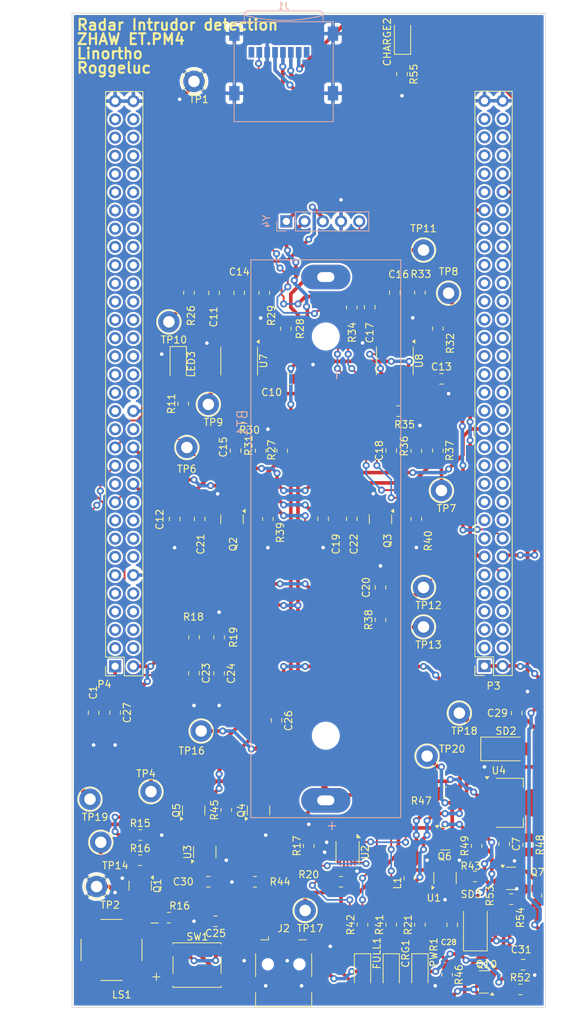
<source format=kicad_pcb>
(kicad_pcb (version 20241229) (generator "pcbnew") (generator_version "9.0")
  (layers (0 "F.Cu" signal) (2 "B.Cu" signal) (13 "F.Paste" user) (15 "B.Paste" user) (5 "F.SilkS" user "F.Silkscreen") (7 "B.SilkS" user "B.Silkscreen") (1 "F.Mask" user) (3 "B.Mask" user) (25 "Edge.Cuts" user))
  (net 0 "")
  (net 1 "+5V")
  (net 2 "GND")
  (net 3 "fmcw_sig")
  (net 4 "+1V65")
  (net 5 "PC13")
  (net 6 "PE5")
  (net 7 "PE3")
  (net 9 "PB7")
  (net 11 "Net-(LED3-A)")
  (net 12 "PD4")
  (net 13 "PD2")
  (net 15 "PC11")
  (net 17 "Net-(CHARGE2-K)")
  (net 18 "Net-(U2-PROG)")
  (net 19 "PF6")
  (net 20 "PC3")
  (net 21 "PA5")
  (net 22 "Net-(Q5-S)")
  (net 23 "Net-(U1-VIN)")
  (net 24 "Net-(U1-FB)")
  (net 25 "Net-(U3-VDD)")
  (net 26 "Net-(SD2-A)")
  (net 27 "5V")
  (net 28 "Net-(Q4-D)")
  (net 29 "Net-(Q4-G)")
  (net 30 "Net-(Q5-G)")
  (net 31 "Net-(Q6-D)")
  (net 32 "Net-(U2-THERM)")
  (net 33 "Net-(U2-~{PG})")
  (net 34 "PG3")
  (net 35 "Net-(U2-STAT2)")
  (net 36 "Net-(U2-STAT1)")
  (net 37 "Net-(U3-VM)")
  (net 38 "LED_ON")
  (net 39 "Net-(Q1-G)")
  (net 40 "Net-(Q10-G)")
  (net 41 "Net-(Q10-S)")
  (net 42 "Net-(SW1A-C)")
  (net 43 "Net-(Q1-D)")
  (net 44 "Enable")
  (net 45 "Net-(U7B-+)")
  (net 46 "Net-(U7A--)")
  (net 47 "PE6")
  (net 48 "Net-(CRG1-K)")
  (net 49 "PA10")
  (net 50 "Net-(U7B--)")
  (net 51 "+3.3V")
  (net 52 "Net-(U7A-+)")
  (net 53 "IF_I")
  (net 54 "PC4")
  (net 55 "Net-(C14-Pad1)")
  (net 56 "Net-(C15-Pad1)")
  (net 57 "Net-(U8A--)")
  (net 58 "Net-(C16-Pad1)")
  (net 59 "Net-(U8A-+)")
  (net 60 "IF_Q")
  (net 61 "Net-(U8B--)")
  (net 62 "Net-(C18-Pad1)")
  (net 63 "PC5")
  (net 64 "Net-(Q2-D)")
  (net 65 "Net-(Q3-D)")
  (net 66 "PB6")
  (net 67 "PB5")
  (net 68 "PE4")
  (net 69 "PG4")
  (net 70 "PC7")
  (net 71 "PE0")
  (net 72 "PD1")
  (net 73 "PA13")
  (net 74 "PF4")
  (net 75 "PE1")
  (net 76 "PC14")
  (net 77 "PC8")
  (net 78 "PA8")
  (net 79 "PC6")
  (net 80 "PG14")
  (net 81 "PG10")
  (net 82 "VDD")
  (net 83 "PC15")
  (net 84 "PF2")
  (net 85 "PA12")
  (net 86 "PA14")
  (net 87 "PC9")
  (net 88 "PA15")
  (net 89 "PC12")
  (net 90 "PB4")
  (net 91 "PD7")
  (net 92 "PG7")
  (net 93 "PF0")
  (net 94 "PG8")
  (net 95 "BOOT0")
  (net 96 "PD6")
  (net 97 "PE2")
  (net 98 "PG9")
  (net 99 "PD5")
  (net 100 "PD0")
  (net 101 "PB9")
  (net 102 "PG6")
  (net 103 "PC10")
  (net 104 "PF3")
  (net 105 "PG12")
  (net 106 "PG13")
  (net 107 "PG11")
  (net 108 "PA11")
  (net 109 "PF5")
  (net 110 "PD3")
  (net 111 "PG15")
  (net 112 "PB8")
  (net 113 "PG5")
  (net 114 "PF1")
  (net 115 "Net-(FULL1-K)")
  (net 116 "PG0")
  (net 117 "PD9")
  (net 118 "PA4")
  (net 119 "PE15")
  (net 120 "PE10")
  (net 121 "PB10")
  (net 122 "PF11")
  (net 123 "NC")
  (net 124 "PG2")
  (net 125 "PE13")
  (net 126 "PA7")
  (net 127 "PD8")
  (net 128 "PC1")
  (net 129 "PA0")
  (net 130 "PE11")
  (net 131 "PE9")
  (net 132 "PD11")
  (net 133 "PD13")
  (net 134 "PD15")
  (net 135 "PB14")
  (net 136 "PD14")
  (net 137 "PF10")
  (net 138 "PE12")
  (net 139 "PH0")
  (net 140 "PD10")
  (net 141 "PA1")
  (net 142 "PB1")
  (net 143 "PB15")
  (net 144 "PF8")
  (net 145 "PF7")
  (net 146 "PB0")
  (net 147 "PB11")
  (net 148 "PH1")
  (net 149 "PC2")
  (net 150 "PF13")
  (net 151 "PB12")
  (net 152 "PE14")
  (net 153 "PA2")
  (net 154 "PF9")
  (net 155 "PD12")
  (net 156 "PG1")
  (net 157 "PB13")
  (net 158 "PB2")
  (net 159 "PE8")
  (net 160 "PF12")
  (net 161 "NRST")
  (net 162 "PC0")
  (net 163 "PA3")
  (net 164 "PF15")
  (net 165 "PF14")
  (net 166 "PA6")
  (net 167 "PE7")
  (net 168 "Net-(R27-Pad1)")
  (net 169 "Net-(U8B-+)")
  (net 170 "Net-(R35-Pad1)")
  (net 171 "Net-(PWR1-K)")
  (footprint "Capacitor_SMD:C_0805_2012Metric_Pad1.18x1.45mm_HandSolder" (layer "F.Cu") (at 58.2975 99.45625 90)
    (property "Reference" "C21")
    (property "Value" "100n")
  )
  (footprint "Resistor_SMD:R_0805_2012Metric_Pad1.20x1.40mm_HandSolder" (layer "F.Cu") (at 88.5 89.975 90)
    (property "Reference" "R36")
    (property "Value" "1k")
  )
  (footprint "TestPoint:TestPoint_Loop_D2.60mm_Drill1.6mm_Beaded" (layer "F.Cu") (at 92 95.5)
    (property "Reference" "TP7")
    (property "Value" "CH2")
  )
  (footprint "Package_TO_SOT_SMD:SOT-23" (layer "F.Cu") (at 97.912242 163.954241 180)
    (property "Reference" "Q10")
    (property "Value" "Si2319CDS")
  )
  (footprint "Capacitor_SMD:C_0805_2012Metric_Pad1.18x1.45mm_HandSolder" (layer "F.Cu") (at 75.5 99.4375 90)
    (property "Reference" "C19")
    (property "Value" "100n")
  )
  (footprint "Capacitor_SMD:C_0805_2012Metric_Pad1.18x1.45mm_HandSolder" (layer "F.Cu") (at 46.5 126.44375 -90)
    (property "Reference" "C27")
    (property "Value" "10uF")
  )
  (footprint "Package_TO_SOT_SMD:SOT-23" (layer "F.Cu") (at 92.5625 144)
    (property "Reference" "Q6")
    (property "Value" "BSS316N")
  )
  (footprint "Resistor_SMD:R_0805_2012Metric_Pad1.20x1.40mm_HandSolder" (layer "F.Cu") (at 62 140 90)
    (property "Reference" "R45")
    (property "Value" "2.7k")
  )
  (footprint "Inductor_SMD:L_0805_2012Metric_Pad1.15x1.40mm_HandSolder" (layer "F.Cu") (at 87.5 149.5 -90)
    (property "Reference" "L1")
    (property "Value" "10 uH")
  )
  (footprint "Diode_SMD:D_SMA" (layer "F.Cu") (at 101 131.5)
    (property "Reference" "SD2")
    (property "Value" "SS13L")
  )
  (footprint "Resistor_SMD:R_0805_2012Metric_Pad1.20x1.40mm_HandSolder" (layer "F.Cu") (at 67.2975 67.95625 -90)
    (property "Reference" "R29")
    (property "Value" "1k")
  )
  (footprint "TestPoint:TestPoint_Loop_D2.60mm_Drill1.6mm_Beaded" (layer "F.Cu") (at 89.5 114.5)
    (property "Reference" "TP13")
    (property "Value" "~")
  )
  (footprint "Resistor_SMD:R_0805_2012Metric_Pad1.20x1.40mm_HandSolder" (layer "F.Cu") (at 86 84.4375 180)
    (property "Reference" "R35")
    (property "Value" "1k")
  )
  (footprint "Capacitor_SMD:C_0805_2012Metric_Pad1.18x1.45mm_HandSolder" (layer "F.Cu") (at 92 79.9375)
    (property "Reference" "C13")
    (property "Value" "100n")
  )
  (footprint "Resistor_SMD:R_0805_2012Metric_Pad1.20x1.40mm_HandSolder" (layer "F.Cu") (at 56.7975 67.95625 -90)
    (property "Reference" "R26")
    (property "Value" "1k")
  )
  (footprint "TestPoint:TestPoint_Loop_D2.60mm_Drill1.6mm_Beaded" (layer "F.Cu") (at 58.5 129)
    (property "Reference" "TP16")
    (property "Value" "~")
  )
  (footprint "TestPoint:TestPoint_Loop_D2.60mm_Drill1.6mm_Beaded" (layer "F.Cu") (at 89.5 109)
    (property "Reference" "TP12")
    (property "Value" "~")
  )
  (footprint "Button_Switch_SMD:SW_SPST_EVQQ2" (layer "F.Cu") (at 57.925783 161.607805)
    (property "Reference" "SW1")
    (property "Value" "SW_Push_Dual_x2")
  )
  (footprint "Package_SO:SOIC-8_3.9x4.9mm_P1.27mm" (layer "F.Cu") (at 85.5 77.4375 -90)
    (property "Reference" "U8")
    (property "Value" "MCP6002-xSN")
  )
  (footprint "Resistor_SMD:R_0805_2012Metric_Pad1.20x1.40mm_HandSolder" (layer "F.Cu") (at 105.247602 151.936551 -90)
    (property "Reference" "R54")
    (property "Value" "10k")
  )
  (footprint "Resistor_SMD:R_0805_2012Metric_Pad1.20x1.40mm_HandSolder" (layer "F.Cu") (at 50 147)
    (property "Reference" "R16")
    (property "Value" "330")
  )
  (footprint "Capacitor_SMD:C_0805_2012Metric_Pad1.18x1.45mm_HandSolder" (layer "F.Cu") (at 102.5 126.5 -90)
    (property "Reference" "C29")
    (property "Value" "10uF")
  )
  (footprint "Resistor_SMD:R_0805_2012Metric_Pad1.20x1.40mm_HandSolder" (layer "F.Cu") (at 86.5 37.5 -90)
    (property "Reference" "R55")
    (property "Value" "1k")
  )
  (footprint "Capacitor_SMD:C_0805_2012Metric_Pad1.18x1.45mm_HandSolder" (layer "F.Cu") (at 63.2975 89.95625 90)
    (property "Reference" "C15")
    (property "Value" "100n")
  )
  (footprint "Resistor_SMD:R_0805_2012Metric_Pad1.20x1.40mm_HandSolder" (layer "F.Cu") (at 66.7975 89.95625 90)
    (property "Reference" "R31")
    (property "Value" "1k")
  )
  (footprint "Package_TO_SOT_SMD:SOT-23-5" (layer "F.Cu") (at 92.5 149.5 90)
    (property "Reference" "U1")
    (property "Value" "LM2731XMF")
  )
  (footprint "Resistor_SMD:R_0805_2012Metric_Pad1.20x1.40mm_HandSolder" (layer "F.Cu") (at 88.5 99.4375 -90)
    (property "Reference" "R40")
    (property "Value" "10k")
  )
  (footprint "Capacitor_SMD:C_0805_2012Metric_Pad1.18x1.45mm_HandSolder" (layer "F.Cu") (at 103.389235 161.550839)
    (property "Reference" "C31")
    (property "Value" "1uF")
  )
  (footprint "Capacitor_SMD:C_0805_2012Metric_Pad1.18x1.45mm_HandSolder" (layer "F.Cu") (at 79.5 99.4375 90)
    (property "Reference" "C22")
    (property "Value" "100n")
  )
  (footprint "Package_TO_SOT_SMD:SOT-23-5" (layer "F.Cu") (at 59 145.8625 90)
    (property "Reference" "U3")
    (property "Value" "AP9101CK")
  )
  (footprint "TestPoint:TestPoint_Loop_D2.60mm_Drill1.6mm_Beaded" (layer "F.Cu") (at 57.5 38.5)
    (property "Reference" "TP1")
    (property "Value" "~")
  )
  (footprint "TestPoint:TestPoint_Loop_D2.60mm_Drill1.6mm_Beaded" (layer "F.Cu") (at 56.5 89.5)
    (property "Reference" "TP6")
    (property "Value" "CH1")
  )
  (footprint "Resistor_SMD:R_0805_2012Metric_Pad1.20x1.40mm_HandSolder" (layer "F.Cu") (at 92.5 137.5 180)
    (property "Reference" "R47")
    (property "Value" "51k")
  )
  (footprint "Resistor_SMD:R_0805_2012Metric_Pad1.20x1.40mm_HandSolder" (layer "F.Cu") (at 96.671575 149.255034)
    (property "Reference" "R43")
    (property "Value" "30.1k")
  )
  (footprint "LED_SMD:LED_1206_3216Metric_Pad1.42x1.75mm_HandSolder" (layer "F.Cu") (at 89 162.4875 -90)
    (property "Reference" "PWR1")
    (property "Value" "LEDpower")
  )
  (footprint "Resistor_SMD:R_0805_2012Metric_Pad1.20x1.40mm_HandSolder" (layer "F.Cu") (at 91.5 89.9375 -90)
    (property "Reference" "R37")
    (property "Value" "1k")
  )
  (footprint "Resistor_SMD:R_0805_2012Metric_Pad1.20x1.40mm_HandSolder" (layer "F.Cu") (at 81 155.9875 90)
    (property "Reference" "R42")
    (property "Value" "1k")
  )
  (footprint "TestPoint:TestPoint_Loop_D2.60mm_Drill1.6mm_Beaded" (layer "F.Cu") (at 59.5 83.5)
    (property "Reference" "TP9")
    (property "Value" "~")
  )
  (footprint "Resistor_SMD:R_0805_2012Metric_Pad1.20x1.40mm_HandSolder" (layer "F.Cu") (at 69.7975 89.95625 -90)
    (property "Reference" "R27")
    (property "Value" "1k")
  )
  (footprint "Capacitor_SMD:C_0805_2012Metric_Pad1.18x1.45mm_HandSolder" (layer "F.Cu") (at 82 69.9625 -90)
    (property "Reference" "C17")
    (property "Value" "100n")
  )
  (footprint "Resistor_SMD:R_0805_2012Metric_Pad1.20x1.40mm_HandSolder" (layer "F.Cu") (at 101.722369 152.425129 180)
    (property "Reference" "R53")
    (property "Value" "10k")
  )
  (footprint "Resistor_SMD:R_0805_2012Metric_Pad1.20x1.40mm_HandSolder" (layer "F.Cu") (at 104.097857 144.865855 -90)
    (property "Reference" "R48")
    (property "Value" "1k")
  )
  (footprint "Resistor_SMD:R_0805_2012Metric_Pad1.20x1.40mm_HandSolder" (layer "F.Cu") (at 64.30574 85.256012 180)
    (property "Reference" "R30")
    (property "Value" "1k")
  )
  (footprint "Capacitor_SMD:C_0805_2012Metric_Pad1.18x1.45mm_HandSolder" (layer "F.Cu") (at 85 89.9375 90)
    (property "Reference" "C18")
    (property "Value" "100n")
  )
  (footprint "Resistor_SMD:R_0805_2012Metric_Pad1.20x1.40mm_HandSolder" (layer "F.Cu") (at 103 165)
    (property "Reference" "R52")
    (property "Value" "100k")
  )
  (footprint "Package_DFN_QFN:DFN-10-1EP_3x3mm_P0.5mm_EP1.58x2.35mm" (layer "F.Cu") (at 78.91 145.895 -90)
    (property "Reference" "U2")
    (property "Value" "MCP73833-xxx-MF")
  )
  (footprint "Capacitor_SMD:C_0805_2012Metric_Pad1.18x1.45mm_HandSolder" (layer "F.Cu") (at 60.2975 67.95625 -90)
    (property "Reference" "C11")
    (property "Value" "100n")
  )
  (footprint "Package_TO_SOT_SMD:SOT-23" (layer "F.Cu") (at 57.45 140.0625 90)
    (property "Reference" "Q5")
    (property "Value" "BSS316N")
  )
  (footprint "TestPoint:TestPoint_Loop_D2.60mm_Drill1.6mm_Beaded" (layer "F.Cu") (at 54 72)
    (property "Reference" "TP10")
    (property "Value" "~")
  )
  (footprint "Capacitor_SMD:C_0805_2012Metric_Pad1.18x1.45mm_HandSolder" (layer "F.Cu") (at 63.7975 67.95625 -90)
    (property "Reference" "C14")
    (property "Value" "100n")
  )
  (footprint "TestPoint:TestPoint_Loop_D2.60mm_Drill1.6mm_Beaded" (layer "F.Cu") (at 43 138.5)
    (property "Reference" "TP19")
    (property "Value" "~")
  )
  (footprint "Capacitor_SMD:C_0805_2012Metric_Pad1.18x1.45mm_HandSolder" (layer "F.Cu") (at 54.7975 99.45625 90)
    (property "Reference" "C12")
    (property "Value" "100n")
  )
  (footprint "Resistor_SMD:R_0805_2012Metric_Pad1.20x1.40mm_HandSolder" (layer "F.Cu") (at 61 115.94375 -90)
    (property "Reference" "R19")
    (property "Value" "10kOhm")
  )
  (footprint "Connector_USB:USB_Mini-B_Lumberg_2486_01_Horizontal" (layer "F.Cu") (at 70 161.5)
    (property "Reference" "J2")
    (property "Value" "USB_B_Mini")
  )
  (footprint "TestPoint:TestPoint_Loop_D2.60mm_Drill1.6mm_Beaded" (layer "F.Cu") (at 94.5 126.5)
    (property "Reference" "TP18")
    (property "Value" "~")
  )
  (footprint "TestPoint:TestPoint_Loop_D2.60mm_Drill1.6mm_Beaded" (layer "F.Cu") (at 44.5 144.5)
    (property "Reference" "TP14")
    (property "Value" "~")
  )
  (footprint "TestPoint:TestPoint_Loop_D2.60mm_Drill1.6mm_Beaded" (layer "F.Cu") (at 43.92237 150.667723)
    (property "Reference" "TP2")
    (property "Value" "~")
  )
  (footprint "Capacitor_SMD:C_0805_2012Metric_Pad1.18x1.45mm_HandSolder" (layer "F.Cu") (at 93.5 156 -90)
    (property "Reference" "C28")
    (property "Value" "10uF")
  )
  (footprint "LED_SMD:LED_1206_3216Metric_Pad1.42x1.75mm_HandSolder" (layer "F.Cu") (at 55.3 77.9 -90)
    (property "Reference" "LED3")
    (property "Value" "LEDred")
  )
  (footprint "Resistor_SMD:R_0805_2012Metric_Pad1.20x1.40mm_HandSolder" (layer "F.Cu") (at 89 155.9875 90)
    (property "Reference" "R21")
    (property "Value" "1k")
  )
  (footprint "Capacitor_SMD:C_0805_2012Metric_Pad1.18x1.45mm_HandSolder" (layer "F.Cu") (at 57.5 120.94375 -90)
    (property "Reference" "C23")
    (property "Value" "10uF")
  )
  (footprint "Capacitor_SMD:C_0805_2012Metric_Pad1.18x1.45mm_HandSolder" (layer "F.Cu") (at 59.5 150 180)
    (property "Reference" "C30")
    (property "Value" "10uF")
  )
  (footprint "Connector_PinSocket_2.54mm:PinSocket_2x32_P2.54mm_Vertical" (layer "F.Cu") (at 98 119.94375 180)
    (property "Reference" "P3")
    (property "Value" "DIN41612_02x32_AB")
  )
  (footprint "LED_SMD:LED_1206_3216Metric_Pad1.42x1.75mm_HandSolder" (layer "F.Cu") (at 86.574749 32.269993 90)
    (property "Reference" "CHARGE2")
    (property "Value" "LEDcharge")
  )
  (footprint "SMT-0827-S-HT-R:XDCR_SMT-0827-S-HT-R" (layer "F.Cu") (at 46 159.5 180)
    (property "Reference" "LS1")
    (property "Value" "SMT-0827-S-HT-R")
  )
  (footprint "Resistor_SMD:R_0805_2012Metric_Pad1.20x1.40mm_HandSolder" (layer "F.Cu") (at 73.5 145 90)
    (property "Reference" "R17")
    (property "Value" "1k")
  )
  (footprint "TestPoint:TestPoint_Loop_D2.60mm_Drill1.6mm_Beaded" (layer "F.Cu") (at 90 132.5)
    (property "Reference" "TP20")
    (property "Value" "~")
  )
  (footprint "Resistor_SMD:R_0805_2012Metric_Pad1.20x1.40mm_HandSolder" (layer "F.Cu") (at 66 150 180)
    (property "Reference" "R44")
    (property "Value" "330")
  )
  (footprint "Capacitor_SMD:C_0805_2012Metric_Pad1.18x1.45mm_HandSolder" (layer "F.Cu") (at 83.5 109 -90)
    (property "Reference" "C20")
    (property "Value" "100n")
  )
  (footprint "Capacitor_SMD:C_0805_2012Metric_Pad1.18x1.45mm_HandSolder" (layer "F.Cu") (at 70.7975 79.95625)
    (property "Reference" "C10")
    (property "Value" "100n")
  )
  (footprint "Diode_SMD:D_SMA" (layer "F.Cu") (at 96.726521 156.11987 90)
    (property "Reference" "SD3")
    (property "Value" "SS13L")
  )
  (footprint "Resistor_SMD:R_0805_2012Metric_Pad1.20x1.40mm_HandSolder" (layer "F.Cu") (at 78 150)
    (property "Reference" "R20")
    (property "Value" "1k")
  )
  (footprint "TestPoint:TestPoint_Loop_D2.60mm_Drill1.6mm_Beaded" (layer "F.Cu") (at 89.5 62)
    (property "Reference" "TP11")
    (property "Value" "~")
  )
  (footprint "Capacitor_SMD:C_0805_2012Metric_Pad1.18x1.45mm_HandSolder" (layer "F.Cu") (at 61 120.98125 -90)
    (property "Reference" "C24")
    (property "Value" "10nF")
  )
  (footprint "Resistor_SMD:R_0805_2012Metric_Pad1.20x1.40mm_HandSolder" (layer "F.Cu") (at 89 67.9375 -90)
    (property "Reference" "R33")
    (property "Value" "1k")
  )
  (footprint "Resistor_SMD:R_0805_2012Metric_Pad1.20x1.40mm_HandSolder" (layer "F.Cu") (at 79.5 70 -90)
    (property "Reference" "R34")
    (property "Value" "1k")
  )
  (footprint "Package_TO_SOT_SMD:SOT-23" (layer "F.Cu") (at 66.5 140.0625 90)
    (property "Reference" "Q4")
    (property "Value" "BSS316N")
  )
  (footprint "Package_TO_SOT_SMD:SOT-23" (layer "F.Cu") (at 62.7975 99.51875 -90)
    (property "Reference" "Q2")
    (property "Value" "BSS316N")
  )
  (footprint "Capacitor_SMD:C_0805_2012Metric_Pad1.18x1.45mm_HandSolder" (layer "F.Cu") (at 69 127.5 90)
    (property "Reference" "C26")
    (property "Value" "10uF")
  )
  (footprint "Capacitor_SMD:C_0805_2012Metric_Pad1.18x1.45mm_HandSolder" (layer "F.Cu") (at 100.75256 144.753987 -90)
    (property "Reference" "C7")
    (property "Value" "10uF")
  )
  (footprint "TestPoint:TestPoint_Loop_D2.60mm_Drill1.6mm_Beaded" (layer "F.Cu") (at 51.5 137.44375 180)
    (property "Reference" "TP4")
    (property "Value" "~")
  )
  (footprint "Resistor_SMD:R_0805_2012Metric_Pad1.20x1.40mm_HandSolder" (layer "F.Cu") (at 54 155)
    (property "Reference" "R16")
    (property "Value" "10")
  )
  (footprint "Package_TO_SOT_SMD:SOT-23" (layer "F.Cu") (at 101.701739 149.527171)
    (property "Reference" "Q7")
    (property "Value" "BSS316N")
  )
  (footprint "TestPoint:TestPoint_Loop_D2.60mm_Drill1.6mm_Beaded" (layer "F.Cu") (at 93 68)
    (property "Reference" "TP8")
    (property "Value" "~")
  )
  (footprint "TestPoint:TestPoint_Loop_D2.60mm_Drill1.6mm_Beaded" (layer "F.Cu") (at 73 154)
    (property "Reference" "TP17")
    (property "Value" "~")
  )
  (footprint "Capacitor_SMD:C_0805_2012Metric_Pad1.18x1.45mm_HandSolder" (layer "F.Cu") (at 60.5 155.5 180)
    (property "Reference" "C25")
    (property "Value" "10uF")
  )
  (footprint "Capacitor_SMD:C_0805_2012Metric_Pad1.18x1.45mm_HandSolder" (layer "F.Cu") (at 85.5 67.9375 -90)
    (property "Reference" "C16")
    (property "Value" "100n")
  )
  (footprint "LED_SMD:LED_1206_3216Metric_Pad1.42x1.75mm_HandSolder" (layer "F.Cu") (at 81 162.4875 -90)
    (property "Reference" "FULL1")
    (property "Value" "LEDcompl")
  )
  (footprint "Package_TO_SOT_SMD:SOT-23" (layer "F.Cu") (at 50 150.5625 -90)
    (property "Reference" "Q1")
    (property "Value" "BSS316N")
  )
  (footprint "Resistor_SMD:R_0805_2012Metric_Pad1.20x1.40mm_HandSolder" (layer "F.Cu") (at 96.903754 144.994094 90)
    (property "Reference" "R49")
    (property "Value" "10k")
  )
  (footprint "Resistor_SMD:R_0805_2012Metric_Pad1.20x1.40mm_HandSolder" (layer "F.Cu") (at 92.797663 162.943457 -90)
    (property "Reference" "R46")
    (property "Value" "10k")
  )
  (footprint "Resistor_SMD:R_0805_2012Metric_Pad1.20x1.40mm_HandSolder" (layer "F.Cu") (at 83.5 113.5 90)
    (property "Reference" "R38")
    (property "Value" "1k")
  )
  (footprint "Package_TO_SOT_SMD:SOT-23" (layer "F.Cu") (at 83.5 99.5 -90)
    (property "Reference" "Q3")
    (property "Value" "BSS316N")
  )
  (footprint "Resistor_SMD:R_0805_2012Metric_Pad1.20x1.40mm_HandSolder" (layer "F.Cu") (at 70.2975 72.95625 90)
    (property "Reference" "R28")
    (property "Value" "1k")
  )
  (footprint "Resistor_SMD:R_0805_2012Metric_Pad1.20x1.40mm_HandSolder" (layer "F.Cu") (at 67.7975 99.45625 -90)
    (property "Reference" "R39")
    (property "Value" "10k")
  )
  (footprint "Resistor_SMD:R_0805_2012Metric_Pad1.20x1.40mm_HandSolder" (layer "F.Cu") (at 50 143.5)
    (property "Reference" "R15")
    (property "Value" "100k")
  )
  (footprint "Resistor_SMD:R_0805_2012Metric_Pad1.20x1.40mm_HandSolder" (layer "F.Cu") (at 85 155.9875 90)
    (property "Reference" "R41")
    (property "Value" "1k")
  )
  (footprint "Resistor_SMD:R_0805_2012Metric_Pad1.20x1.40mm_HandSolder" (layer "F.Cu") (at 56 83.4 90)
    (property "Reference" "R11")
    (property "Value" "100")
  )
  (footprint "LED_SMD:LED_1206_3216Metric_Pad1.42x1.75mm_HandSolder" (layer "F.Cu") (at 85 162.4875 -90)
    (property "Reference" "CRG1")
    (property "Value" "LEDcharge")
  )
  (footprint "Package_TO_SOT_SMD:SOT-223-3_TabPin2" (layer "F.Cu") (at 101.5 139)
    (property "Reference" "U4")
    (property "Value" "LD1117S33TR_SOT223")
  )
  (footprint "Capacitor_SMD:C_0805_2012Metric_Pad1.18x1.45mm_HandSolder" (layer "F.Cu") (at 43.5 126.44375 -90)
    (property "Reference" "C1")
    (property "Value" "100uF")
  )
  (footprint "Package_SO:SOIC-8_3.9x4.9mm_P1.27mm" (layer "F.Cu") (at 63.7975 77.45625 -90)
    (property "Reference" "U7")
    (property "Value" "MCP6002-xSN")
  )
  (footprint "Resistor_SMD:R_0805_2012Metric_Pad1.20x1.40mm_HandSolder" (layer "F.Cu") (at 57.5 115.94375 90)
    (property "Reference" "R18")
    (property "Value" "10kOhm")
  )
  (footprint "Resistor_SMD:R_0805_2012Metric_Pad1.20x1.40mm_HandSolder" (layer "F.Cu") (at 91.5 72.9375 90)
    (property "Reference" "R32")
    (property "Value" "1k")
  )
  (footprint "Connector_PinSocket_2.54mm:PinSocket_2x32_P2.54mm_Vertical" (layer "F.Cu") (at 46.5 119.98375 180)
    (property "Reference" "P4")
    (property "Value" "DIN41612_02x32_AB")
  )
  (footprint "BH-18650-PC:BAT_BH-18650-PC" (layer "B.Cu") (at 75.875416 102.20821 -90)
    (property "Reference" "BT1")
    (property "Value" "BH-18650-PC")
  )
  (footprint "HW_template:Radar_K-LC5" (layer "B.Cu") (at 70.38 58 -90)
    (property "Reference" "Y4")
    (property "Value" "Radar K-LC5-RFB-00C")
  )
  (footprint "Connector_Card:microSD_HC_Wuerth_693072010801" (layer "B.Cu") (at 70 36 180)
    (property "Reference" "J1")
    (property "Value" "Micro_SD_Card")
  )
  (gr_rect (start 40.5 29) (end 106.5 167.5) (stroke (width 0.1)) (fill no) (layer "Edge.Cuts"))
  (gr_text "Roggeluc" (at 41 37.5 0) (layer "F.SilkS") (effects (font (size 1.5 1.5) (thickness 0.3) (bold yes)) (justify left bottom)))
  (gr_text "Linortho" (at 41 35.5 0) (layer "F.SilkS") (effects (font (size 1.5 1.5) (thickness 0.3) (bold yes)) (justify left bottom)))
  (gr_text "Radar Intrudor detection" (at 41 31.5 0) (layer "F.SilkS") (effects (font (size 1.5 1.5) (thickness 0.3) (bold yes)) (justify left bottom)))
  (gr_text "ZHAW ET.PM4" (at 41 33.5 0) (layer "F.SilkS") (effects (font (size 1.5 1.5) (thickness 0.3) (bold yes)) (justify left bottom)))
  (segment (start 98 119.94375) (end 100.54 119.94375) (width 0.5) (layer "F.Cu") (net 1))
  (segment (start 105.247602 152.936551) (end 105.247602 155.752398) (width 0.5) (layer "F.Cu") (net 1))
  (segment (start 103.917002 166.952) (end 106 164.869002) (width 0.5) (layer "F.Cu") (net 1))
  (segment (start 94.251 165.251) (end 93.770132 165.731868) (width 0.5) (layer "F.Cu") (net 1))
  (segment (start 105.5 121.5) (end 105 121) (width 0.5) (layer "F.Cu") (net 1))
  (segment (start 96.974742 164.525258) (end 96.5 165) (width 0.5) (layer "F.Cu") (net 1))
  (segment (start 49.6 159.1) (end 49.6 163.1) (width 0.5) (layer "F.Cu") (net 1))
  (segment (start 47.493795 150.909423) (end 47.493795 160.993795) (width 0.5) (layer "F.Cu") (net 1))
  (segment (start 96.5 165) (end 98.452 166.952) (width 0.5) (layer "F.Cu") (net 1))
  (segment (start 96.974742 163.954241) (end 96.974742 164.525258) (width 0.5) (layer "F.Cu") (net 1))
  (segment (start 53 155.7) (end 49.6 159.1) (width 0.5) (layer "F.Cu") (net 1))
  (segment (start 102.94375 119.94375) (end 103 120) (width 0.5) (layer "F.Cu") (net 1))
  (segment (start 44.5 144.5) (end 44.5 147.915628) (width 0.5) (layer "F.Cu") (net 1))
  (segment (start 104.5 126.5) (end 105.5 125.5) (width 0.5) (layer "F.Cu") (net 1))
  (segment (start 53 155) (end 53 155.7) (width 0.5) (layer "F.Cu") (net 1))
  (segment (start 52.231868 165.731868) (end 49.6 163.1) (width 0.5) (layer "F.Cu") (net 1))
  (segment (start 106 156.999424) (end 106 164.869002) (width 0.5) (layer "F.Cu") (net 1))
  (segment (start 100.54 119.94375) (end 102.94375 119.94375) (width 0.5) (layer "F.Cu") (net 1))
  (segment (start 93.770132 165.731868) (end 52.231868 165.731868) (width 0.5) (layer "F.Cu") (net 1))
  (segment (start 98.452 166.952) (end 103.917002 166.952) (width 0.5) (layer "F.Cu") (net 1))
  (segment (start 105.000288 155.999712) (end 106 156.999424) (width 0.5) (layer "F.Cu") (net 1))
  (segment (start 105.5 125.5) (end 105.5 121.5) (width 0.5) (layer "F.Cu") (net 1))
  (segment (start 105.247602 155.752398) (end 105.000288 155.999712) (width 0.5) (layer "F.Cu") (net 1))
  (segment (start 44.5 147.915628) (end 47.493795 150.909423) (width 0.5) (layer "F.Cu") (net 1))
  (segment (start 47.493795 160.993795) (end 49.6 163.1) (width 0.5) (layer "F.Cu") (net 1))
  (via (at 94.251 165.251) (size 1) (drill 0.5) (layers "F.Cu" "B.Cu") (net 1))
  (via (at 105 121) (size 1) (drill 0.5) (layers "F.Cu" "B.Cu") (net 1))
  (via (at 105.000288 155.999712) (size 1) (drill 0.5) (layers "F.Cu" "B.Cu") (net 1))
  (via (at 103 120) (size 1) (drill 0.5) (layers "F.Cu" "B.Cu") (net 1))
  (via (at 96.5 165) (size 1) (drill 0.5) (layers "F.Cu" "B.Cu") (net 1))
  (via (at 104.5 126.5) (size 1) (drill 0.5) (layers "F.Cu" "B.Cu") (net 1))
  (segment (start 104.21223 152.214597) (end 105.75 153.752367) (width 0.5) (layer "B.Cu") (net 1))
  (segment (start 96.5 165) (end 94.502 165) (width 0.5) (layer "B.Cu") (net 1))
  (segment (start 105.75 153.752367) (end 105.75 155.25) (width 0.5) (layer "B.Cu") (net 1))
  (segment (start 104.5 126.5) (end 104.5 128.5) (width 0.5) (layer "B.Cu") (net 1))
  (segment (start 94.502 165) (end 94.251 165.251) (width 0.5) (layer "B.Cu") (net 1))
  (segment (start 104.21223 128.78777) (end 104.21223 152.214597) (width 0.5) (layer "B.Cu") (net 1))
  (segment (start 105.75 155.25) (end 105.000288 155.999712) (width 0.5) (layer "B.Cu") (net 1))
  (segment (start 104 120) (end 105 121) (width 0.5) (layer "B.Cu") (net 1))
  (segment (start 103 120) (end 104 120) (width 0.5) (layer "B.Cu") (net 1))
  (segment (start 104.5 128.5) (end 104.21223 128.78777) (width 0.5) (layer "B.Cu") (net 1))
  (segment (start 96.903754 145.994094) (end 96.505906 145.994094) (width 0.5) (layer "F.Cu") (net 2))
  (segment (start 79 149.755556) (end 79 150) (width 0.25) (layer "F.Cu") (net 2))
  (segment (start 104.0375 162.0375) (end 105 163) (width 0.5) (layer "F.Cu") (net 2))
  (segment (start 59.4625 155.5) (end 57.5 155.5) (width 0.5) (layer "F.Cu") (net 2))
  (segment (start 76.599587 145.889587) (end 76.605 145.895) (width 0.25) (layer "F.Cu") (net 2))
  (segment (start 100.75256 145.791487) (end 100.879494 145.791487) (width 0.5) (layer "F.Cu") (net 2))
  (segment (start 76.0425 144.4575) (end 76 144.5) (width 0.25) (layer "F.Cu") (net 2))
  (segment (start 100.879494 145.791487) (end 102.181915 147.093908) (width 0.5) (layer "F.Cu") (net 2))
  (segment (start 46.5 127.48125) (end 46.5 130.94375) (width 0.5) (layer "F.Cu") (net 2))
  (segment (start 88.5 100.4375) (end 88.5 103.4375) (width 0.5) (layer "F.Cu") (net 2))
  (segment (start 66.7975 68.95625) (end 66.7975 71.45625) (width 0.5) (layer "F.Cu") (net 2))
  (segment (start 53.0875 76.4125) (end 53 76.5) (width 0.5) (layer "F.Cu") (net 2))
  (segment (start 57.5 121.98125) (end 57.5 125.44375) (width 0.5) (layer "F.Cu") (net 2))
  (segment (start 91.625 144.95) (end 91.625 145.375) (width 0.5) (layer "F.Cu") (net 2))
  (segment (start 61.8475 97.00625) (end 60.7975 95.95625) (width 0.5) (layer "F.Cu") (net 2))
  (segment (start 47.625 149.625) (end 47.5 149.5) (width 0.5) (layer "F.Cu") (net 2))
  (segment (start 51 143.5) (end 53 143.5) (width 0.5) (layer "F.Cu") (net 2))
  (segment (start 91.625 145.375) (end 90 147) (width 0.5) (layer "F.Cu") (net 2))
  (segment (start 43.92237 150.667723) (end 45.661518 150.667723) (width 0.5) (layer "F.Cu") (net 2))
  (segment (start 83.595 74.9625) (end 81.025 74.9625) (width 0.5) (layer "F.Cu") (net 2))
  (segment (start 89 70.4375) (end 88 71.4375) (width 0.5) (layer "F.Cu") (net 2))
  (segment (start 75.718393 145.889587) (end 76.599587 145.889587) (width 0.25) (layer "F.Cu") (net 2))
  (segment (start 92.797663 163.943457) (end 91.687108 163.943457) (width 0.25) (layer "F.Cu") (net 2))
  (segment (start 104.0375 161.5) (end 104.0375 162.0375) (width 0.5) (layer "F.Cu") (net 2))
  (segment (start 91.687108 163.943457) (end 91.130565 164.5) (width 0.25) (layer "F.Cu") (net 2))
  (segment (start 49.05 149.625) (end 47.625 149.625) (width 0.5) (layer "F.Cu") (net 2))
  (segment (start 43.5 127.48125) (end 43.5 130.94375) (width 0.5) (layer "F.Cu") (net 2))
  (segment (start 54.7975 100.49375) (end 54.7975 103.45625) (width 0.5) (layer "F.Cu") (net 2))
  (segment (start 70.8 160.7) (end 70.5 161) (width 0.25) (layer "F.Cu") (net 2))
  (segment (start 72.0965 79.95625) (end 74.0965 77.95625) (width 0.5) (layer "F.Cu") (net 2))
  (segment (start 45.661518 150.667723) (end 46.493795 151.5) (width 0.5) (layer "F.Cu") (net 2))
  (segment (start 96.505906 145.994094) (end 96 146.5) (width 0.5) (layer "F.Cu") (net 2))
  (segment (start 77.91 144.4575) (end 76.0425 144.4575) (width 0.25) (layer "F.Cu") (net 2))
  (segment (start 104.097857 145.865855) (end 104.097857 146.089825) (width 0.5) (layer "F.Cu") (net 2))
  (segment (start 104.097857 145.865855) (end 103.409968 145.865855) (width 0.5) (layer "F.Cu") (net 2))
  (segment (start 59.95 147) (end 62 147) (width 0.5) (layer "F.Cu") (net 2))
  (segment (start 102.5 125.4625) (end 102.5 125) (width 0.25) (layer "F.Cu") (net 2))
  (segment (start 67.802741 86.961491) (end 66.7975 87.966731) (width 0.5) (layer "F.Cu") (net 2))
  (segment (start 98.35 134.35) (end 98 134) (width 0.5) (layer "F.Cu") (net 2))
  (segment (start 73.5 144) (end 73.5 142) (width 0.25) (layer "F.Cu") (net 2))
  (segment (start 62.732457 150) (end 62.780079 150.047622) (width 0.5) (layer "F.Cu") (net 2))
  (segment (start 82.55 95.9875) (end 82.5 95.9375) (width 0.5) (layer "F.Cu") (net 2))
  (segment (start 66.7975 87.966731) (end 66.7975 88.95625) (width 0.5) (layer "F.Cu") (net 2))
  (segment (start 57.5 38.5) (end 57.5 39) (width 0.5) (layer "F.Cu") (net 2))
  (segment (start 76.605 145.895) (end 78.91 145.895) (width 0.25) (layer "F.Cu") (net 2))
  (segment (start 67.7975 100.45625) (end 67.7975 103.45625) (width 0.5) (layer "F.Cu") (net 2))
  (segment (start 93.0375 79.9375) (end 93.0375 81.9625) (width 0.5) (layer "F.Cu") (net 2))
  (segment (start 65.55 158.9) (end 64.5 159.95) (width 0.25) (layer "F.Cu") (net 2))
  (segment (start 88.5 88.975) (end 88.5 86.9375) (width 0.5) (layer "F.Cu") (net 2))
  (segment (start 103.409968 145.865855) (end 102.181915 147.093908) (width 0.5) (layer "F.Cu") (net 2))
  (segment (start 75.5 100.475) (end 75.5 103.4375) (width 0.5) (layer "F.Cu") (net 2))
  (segment (start 61.8475 98.58125) (end 61.8475 97.00625) (width 0.5) (layer "F.Cu") (net 2))
  (segment (start 80.221045 148.534511) (end 79 149.755556) (width 0.25) (layer "F.Cu") (net 2))
  (segment (start 86.5 38.5) (end 86.5 40.5) (width 0.5) (layer "F.Cu") (net 2))
  (segment (start 100.764239 150.477171) (end 102.003904 150.477171) (width 0.5) (layer "F.Cu") (net 2))
  (segment (start 92.5 150.6375) (end 92.5 152.5) (width 0.5) (layer "F.Cu") (net 2))
  (segment (start 61 114.94375) (end 61 112.44375) (width 0.5) (layer "F.Cu") (net 2))
  (segment (start 70.8 158.8) (end 70.8 160.7) (width 0.25) (layer "F.Cu") (net 2))
  (segment (start 81.025 74.9625) (end 81 74.9375) (width 0.5) (layer "F.Cu") (net 2))
  (segment (start 64.5 159.95) (end 64.5 161) (width 0.25) (layer "F.Cu") (net 2))
  (segment (start 102.003904 150.477171) (end 102.501862 150.975129) (width 0.5) (layer "F.Cu") (net 2))
  (segment (start 80.221045 148.522383) (end 80.221045 148.534511) (width 0.25) (layer "F.Cu") (net 2))
  (segment (start 71.835 79.95625) (end 72.0965 79.95625) (width 0.5) (layer "F.Cu") (net 2))
  (segment (start 74.45 164.35) (end 72.65 164.35) (width 0.25) (layer "F.Cu") (net 2))
  (segment (start 89 68.9375) (end 89 70.4375) (width 0.5) (layer "F.Cu") (net 2))
  (segment (start 102.5 125) (end 104 123.5) (width 0.25) (layer "F.Cu") (net 2))
  (segment (start 67.45 143.45) (end 67.5 143.5) (width 0.5) (layer "F.Cu") (net 2))
  (segment (start 71.6 158.8) (end 71 159.4) (width 0.25) (layer "F.Cu") (net 2))
  (segment (start 88.5 86.9375) (end 89 86.4375) (width 0.5) (layer "F.Cu") (net 2))
  (segment (start 55.3 76.4125) (end 53.0875 76.4125) (width 0.5) (layer "F.Cu") (net 2))
  (segment (start 61.8925 74.98125) (end 59.3225 74.98125) (width 0.5) (layer "F.Cu") (net 2))
  (segment (start 76.4 158.9) (end 76.5 159) (width 0.25) (layer "F.Cu") (net 2))
  (segment (start 67.35 164.35) (end 67.5 164.5) (width 0.25) (layer "F.Cu") (net 2))
  (segment (start 96 146.5) (end 95 146.5) (width 0.5) (layer "F.Cu") (net 2))
  (segment (start 95 146.5) (end 94.5 147) (width 0.5) (layer "F.Cu") (net 2))
  (segment (start 74.45 158.9) (end 76.4 158.9) (width 0.25) (layer "F.Cu") (net 2))
  (segment (start 78 58) (end 78 55) (width 0.5) (layer "F.Cu") (net 2))
  (segment (start 57.5 39) (end 55.5 41) (width 0.5) (layer "F.Cu") (net 2))
  (segment (start 60.5375 150) (end 62.732457 150) (width 0.5) (layer "F.Cu") (net 2))
  (segment (start 93.0375 81.9625) (end 93 82) (width 0.5) (layer "F.Cu") (net 2))
  (segment (start 98.35 136.7) (end 98.35 134.35) (width 0.5) (layer "F.Cu") (net 2))
  (segment (start 72.65 164.35) (end 72.5 164.5) (width 0.25) (layer "F.Cu") (net 2))
  (segment (start 67.45 141) (end 67.45 143.45) (width 0.5) (layer "F.Cu") (net 2))
  (segment (start 46.493795 151.5) (end 46.493795 151.493795) (width 0.5) (layer "F.Cu") (net 2))
  (segment (start 83.5 107.9625) (end 83.5 106) (width 0.5) (layer "F.Cu") (net 2))
  (segment (start 59.3225 74.98125) (end 59.2975 74.95625) (width 0.5) (layer "F.Cu") (net 2))
  (segment (start 65.55 164.35) (end 67.35 164.35) (width 0.25) (layer "F.Cu") (net 2))
  (segment (start 82.55 98.5625) (end 82.55 95.9875) (width 0.5) (layer "F.Cu") (net 2))
  (segment (start 61 122.01875) (end 61 125.44375) (width 0.5) (layer "F.Cu") (net 2))
  (via (at 102.181915 147.093908) (size 1) (drill 0.5) (layers "F.Cu" "B.Cu") (net 2))
  (via (at 46.493795 151.5) (size 1) (drill 0.5) (layers "F.Cu" "B.Cu") (net 2))
  (via (at 81 74.9375) (size 1) (drill 0.5) (layers "F.Cu" "B.Cu") (net 2))
  (via (at 93 82) (size 1) (drill 0.5) (layers "F.Cu" "B.Cu") (net 2))
  (via (at 75.718393 145.889587) (size 1) (drill 0.5) (layers "F.Cu" "B.Cu") (net 2))
  (via (at 90 147) (size 1) (drill 0.5) (layers "F.Cu" "B.Cu") (net 2))
  (via (at 53 143.5) (size 1) (drill 0.5) (layers "F.Cu" "B.Cu") (net 2))
  (via (at 76.5 159) (size 1) (drill 0.5) (layers "F.Cu" "B.Cu") (net 2))
  (via (at 80.221045 148.522383) (size 1) (drill 0.5) (layers "F.Cu" "B.Cu") (net 2))
  (via (at 102.501862 150.975129) (size 1) (drill 0.5) (layers "F.Cu" "B.Cu") (net 2))
  (via (at 67.5 164.5) (size 1) (drill 0.5) (layers "F.Cu" "B.Cu") (net 2))
  (via (at 57.5 125.44375) (size 1) (drill 0.5) (layers "F.Cu" "B.Cu") (net 2))
  (via (at 47.5 149.5) (size 1) (drill 0.5) (layers "F.Cu" "B.Cu") (net 2))
  (via (at 61 112.44375) (size 1) (drill 0.5) (layers "F.Cu" "B.Cu") (net 2))
  (via (at 75.5 103.4375) (size 1) (drill 0.5) (layers "F.Cu" "B.Cu") (net 2))
  (via (at 104 123.5) (size 1) (drill 0.5) (layers "F.Cu" "B.Cu") (net 2))
  (via (at 105 163) (size 1) (drill 0.5) (layers "F.Cu" "B.Cu") (net 2))
  (via (at 62 147) (size 1) (drill 0.5) (layers "F.Cu" "B.Cu") (net 2))
  (via (at 83.5 106) (size 1) (drill 0.5) (layers "F.Cu" "B.Cu") (net 2))
  (via (at 70.5 161) (size 1) (drill 0.5) (layers "F.Cu" "B.Cu") (net 2))
  (via (at 86.5 40.5) (size 1) (drill 0.5) (layers "F.Cu" "B.Cu") (net 2))
  (via (at 64.5 161) (size 1) (drill 0.5) (layers "F.Cu" "B.Cu") (net 2))
  (via (at 76 144.5) (size 1) (drill 0.5) (layers "F.Cu" "B.Cu") (net 2))
  (via (at 89 86.4375) (size 1) (drill 0.5) (layers "F.Cu" "B.Cu") (net 2))
  (via (at 43.5 130.94375) (size 1) (drill 0.5) (layers "F.Cu" "B.Cu") (net 2))
  (via (at 60.7975 95.95625) (size 1) (drill 0.5) (layers "F.Cu" "B.Cu") (net 2))
  (via (at 54.7975 103.45625) (size 1) (drill 0.5) (layers "F.Cu" "B.Cu") (net 2))
  (via (at 62.780079 150.047622) (size 1) (drill 0.5) (layers "F.Cu" "B.Cu") (net 2))
  (via (at 59.2975 74.95625) (size 1) (drill 0.5) (layers "F.Cu" "B.Cu") (net 2))
  (via (at 91.130565 164.5) (size 1) (drill 0.5) (layers "F.Cu" "B.Cu") (net 2))
  (via (at 92.5 152.5) (size 1) (drill 0.5) (layers "F.Cu" "B.Cu") (net 2))
  (via (at 78 55) (size 1) (drill 0.5) (layers "F.Cu" "B.Cu") (net 2))
  (via (at 73.5 142) (size 1) (drill 0.5) (layers "F.Cu" "B.Cu") (net 2))
  (via (at 82.5 95.9375) (size 1) (drill 0.5) (layers "F.Cu" "B.Cu") (net 2))
  (via (at 88.5 103.4375) (size 1) (drill 0.5) (layers "F.Cu" "B.Cu") (net 2))
  (via (at 67.7975 103.45625) (size 1) (drill 0.5) (layers "F.Cu" "B.Cu") (net 2))
  (via (at 46.5 130.94375) (size 1) (drill 0.5) (layers "F.Cu" "B.Cu") (net 2))
  (via (at 53 76.5) (size 1) (drill 0.5) (layers "F.Cu" "B.Cu") (net 2))
  (via (at 57.5 155.5) (size 1) (drill 0.5) (layers "F.Cu" "B.Cu") (net 2))
  (via (at 67.5 143.5) (size 1) (drill 0.5) (layers "F.Cu" "B.Cu") (net 2))
  (via (at 94.5 147) (size 1) (drill 0.5) (layers "F.Cu" "B.Cu") (net 2))
  (via (at 88 71.4375) (size 1) (drill 0.5) (layers "F.Cu" "B.Cu") (net 2))
  (via (at 98 134) (size 1) (drill 0.5) (layers "F.Cu" "B.Cu") (net 2))
  (via (at 67.802741 86.961491) (size 1) (drill 0.5) (layers "F.Cu" "B.Cu") (net 2))
  (via (at 74.0965 77.95625) (size 1) (drill 0.5) (layers "F.Cu" "B.Cu") (net 2))
  (via (at 72.5 164.5) (size 1) (drill 0.5) (layers "F.Cu" "B.Cu") (net 2))
  (via (at 61 125.44375) (size 1) (drill 0.5) (layers "F.Cu" "B.Cu") (net 2))
  (via (at 55.5 41) (size 1) (drill 0.5) (layers "F.Cu" "B.Cu") (net 2))
  (via (at 66.7975 71.45625) (size 1) (drill 0.5) (layers "F.Cu" "B.Cu") (net 2))
  (segment (start 88.4625 110.0375) (end 89.5 109) (width 0.5) (layer "F.Cu") (net 3))
  (segment (start 78.783774 70.024) (end 78.424 70.383774) (width 0.25) (layer "F.Cu") (net 3))
  (segment (start 79 72.192226) (end 79 76.5) (width 0.25) (layer "F.Cu") (net 3))
  (segment (start 80.576 69.616226) (end 80.168226 70.024) (width 0.25) (layer "F.Cu") (net 3))
  (segment (start 83.5 112.5) (end 83.5 110.0375) (width 0.5) (layer "F.Cu") (net 3))
  (segment (start 80.576 58.036) (end 80.576 69.616226) (width 0.25) (layer "F.Cu") (net 3))
  (segment (start 78.424 70.383774) (end 78.424 71.616226) (width 0.25) (layer "F.Cu") (net 3))
  (segment (start 83.5 110.0375) (end 88.4625 110.0375) (width 0.5) (layer "F.Cu") (net 3))
  (segment (start 91 99.245274) (end 91 107.5) (width 0.25) (layer "F.Cu") (net 3))
  (segment (start 85 96.5) (end 88.254726 96.5) (width 0.25) (layer "F.Cu") (net 3))
  (segment (start 80.168226 70.024) (end 78.783774 70.024) (width 0.25) (layer "F.Cu") (net 3))
  (segment (start 80.54 58) (end 80.576 58.036) (width 0.25) (layer "F.Cu") (net 3))
  (segment (start 79.5 78.5) (end 83 82) (width 0.25) (layer "F.Cu") (net 3))
  (segment (start 88.254726 96.5) (end 91 99.245274) (width 0.25) (layer "F.Cu") (net 3))
  (segment (start 83 82) (end 83 92) (width 0.25) (layer "F.Cu") (net 3))
  (segment (start 78.424 71.616226) (end 79 72.192226) (width 0.25) (layer "F.Cu") (net 3))
  (segment (start 91 107.5) (end 89.5 109) (width 0.25) (layer "F.Cu") (net 3))
  (via (at 83 92) (size 1) (drill 0.5) (layers "F.Cu" "B.Cu") (net 3))
  (via (at 85 96.5) (size 1) (drill 0.5) (layers "F.Cu" "B.Cu") (net 3))
  (via (at 79.5 78.5) (size 1) (drill 0.5) (layers "F.Cu" "B.Cu") (net 3))
  (via (at 79 76.5) (size 1) (drill 0.5) (layers "F.Cu" "B.Cu") (net 3))
  (segment (start 85 94) (end 85 96.5) (width 0.25) (layer "B.Cu") (net 3))
  (segment (start 79 78) (end 79.5 78.5) (width 0.25) (layer "B.Cu") (net 3))
  (segment (start 79 76.5) (end 79 78) (width 0.25) (layer "B.Cu") (net 3))
  (segment (start 83 92) (end 85 94) (width 0.25) (layer "B.Cu") (net 3))
  (segment (start 45.992174 88.27775) (end 43.5 90.769924) (width 0.25) (layer "F.Cu") (net 4))
  (segment (start 47.814 86.455924) (end 47.814 87.471576) (width 0.25) (layer "F.Cu") (net 4))
  (segment (start 61 119.94375) (end 61 116.94375) (width 0.5) (layer "F.Cu") (net 4))
  (segment (start 70 68.5) (end 69.706671 68.206671) (width 0.25) (layer "F.Cu") (net 4))
  (segment (start 47.007826 88.27775) (end 45.992174 88.27775) (width 0.25) (layer "F.Cu") (net 4))
  (segment (start 79.5 69) (end 79 68.5) (width 0.5) (layer "F.Cu") (net 4))
  (segment (start 50.266 85.019576) (end 49.547826 85.73775) (width 0.25) (layer "F.Cu") (net 4))
  (segment (start 56.7975 66.95625) (end 56.0975 66.95625) (width 0.25) (layer "F.Cu") (net 4))
  (segment (start 43.5 90.769924) (end 43.5 95.857576) (width 0.25) (layer "F.Cu") (net 4))
  (segment (start 47.007826 98.34975) (end 47.814 99.155924) (width 0.25) (layer "F.Cu") (net 4))
  (segment (start 49.547826 85.73775) (end 48.532174 85.73775) (width 0.25) (layer "F.Cu") (net 4))
  (segment (start 73 68.5) (end 72 69.5) (width 0.5) (layer "F.Cu") (net 4))
  (segment (start 61.129274 67.88225) (end 57.7235 67.88225) (width 0.25) (layer "F.Cu") (net 4))
  (segment (start 61 116.94375) (end 57.5 116.94375) (width 0.5) (layer "F.Cu") (net 4))
  (segment (start 50.266 72.78775) (end 50.266 85.019576) (width 0.25) (layer "F.Cu") (net 4))
  (segment (start 53.234 121.20975) (end 57.5 116.94375) (width 0.25) (layer "F.Cu") (net 4))
  (segment (start 43.5 95.857576) (end 45.992174 98.34975) (width 0.25) (layer "F.Cu") (net 4))
  (segment (start 70 69.5) (end 70 68.5) (width 0.25) (layer "F.Cu") (net 4))
  (segment (start 47.814 99.155924) (end 47.814 120.491576) (width 0.25) (layer "F.Cu") (net 4))
  (segment (start 57.5 116.94375) (end 57.5 119.90625) (width 0.5) (layer "F.Cu") (net 4))
  (segment (start 60.9625 119.90625) (end 61 119.94375) (width 0.5) (layer "F.Cu") (net 4))
  (segment (start 79 68.5) (end 73 68.5) (width 0.5) (layer "F.Cu") (net 4))
  (segment (start 69.706671 68.206671) (end 69.706671 66.206671) (width 0.25) (layer "F.Cu") (net 4))
  (segment (start 56.0975 66.95625) (end 50.266 72.78775) (width 0.25) (layer "F.Cu") (net 4))
  (segment (start 48.532174 85.73775) (end 47.814 86.455924) (width 0.25) (layer "F.Cu") (net 4))
  (segment (start 47.814 87.471576) (end 47.007826 88.27775) (width 0.25) (layer "F.Cu") (net 4))
  (segment (start 57.5 119.90625) (end 60.9625 119.90625) (width 0.5) (layer "F.Cu") (net 4))
  (segment (start 57.7235 67.88225) (end 56.7975 66.95625) (width 0.25) (layer "F.Cu") (net 4))
  (segment (start 45.992174 98.34975) (end 47.007826 98.34975) (width 0.25) (layer "F.Cu") (net 4))
  (segment (start 51.5 125.90625) (end 57.5 119.90625) (width 0.5) (layer "F.Cu") (net 4))
  (segment (start 48.532174 121.20975) (end 53.234 121.20975) (width 0.25) (layer "F.Cu") (net 4))
  (segment (start 47.814 120.491576) (end 48.532174 121.20975) (width 0.25) (layer "F.Cu") (net 4))
  (segment (start 69.45525 65.95525) (end 63.056274 65.95525) (width 0.25) (layer "F.Cu") (net 4))
  (segment (start 69.706671 66.206671) (end 69.45525 65.95525) (width 0.25) (layer "F.Cu") (net 4))
  (segment (start 51.5 137.44375) (end 51.5 125.90625) (width 0.5) (layer "F.Cu") (net 4))
  (segment (start 63.056274 65.95525) (end 61.129274 67.88225) (width 0.25) (layer "F.Cu") (net 4))
  (via (at 70 69.5) (size 1) (drill 0.5) (layers "F.Cu" "B.Cu") (net 4))
  (via (at 72 69.5) (size 1) (drill 0.5) (layers "F.Cu" "B.Cu") (net 4))
  (segment (start 70 69.5) (end 72 69.5) (width 0.25) (layer "B.Cu") (net 4))
  (segment (start 96 62.5) (end 96 71) (width 0.5) (layer "F.Cu") (net 6))
  (segment (start 96 85.921125) (end 95.993986 85.927139) (width 0.5) (layer "F.Cu") (net 6))
  (segment (start 70.984495 37.003095) (end 70.984495 37.484495) (width 0.5) (layer "F.Cu") (net 6))
  (segment (start 70.984495 37.484495) (end 94 60.5) (width 0.5) (layer "F.Cu") (net 6))
  (segment (start 97.20375 104.70375) (end 98 104.70375) (width 0.5) (layer "F.Cu") (net 6))
  (segment (start 96 88.5) (end 96 103.5) (width 0.5) (layer "F.Cu") (net 6))
  (segment (start 96 71) (end 96 85.921125) (width 0.5) (layer "F.Cu") (net 6))
  (segment (start 96 103.5) (end 97.20375 104.70375) (width 0.5) (layer "F.Cu") (net 6))
  (segment (start 94 60.5) (end 96 62.5) (width 0.5) (layer "F.Cu") (net 6))
  (via (at 95.993986 85.927139) (size 1) (drill 0.5) (layers "F.Cu" "B.Cu") (net 6))
  (via (at 70.984495 37.003095) (size 1) (drill 0.5) (layers "F.Cu" "B.Cu") (net 6))
  (via (at 96 88.5) (size 1) (drill 0.5) (layers "F.Cu" "B.Cu") (net 6))
  (segment (start 71 36.98759) (end 70.984495 37.003095) (width 0.5) (layer "B.Cu") (net 6))
  (segment (start 71 34.45) (end 71 36.98759) (width 0.5) (layer "B.Cu") (net 6))
  (segment (start 95.993986 88.493986) (end 96 88.5) (width 0.5) (layer "B.Cu") (net 6))
  (segment (start 95.993986 85.927139) (end 95.993986 88.493986) (width 0.5) (layer "B.Cu") (net 6))
  (segment (start 56 82.4) (end 56 80.0875) (width 0.5) (layer "F.Cu") (net 11))
  (segment (start 56 80.0875) (end 55.3 79.3875) (width 0.5) (layer "F.Cu") (net 11))
  (segment (start 86.574749 36.425251) (end 86.5 36.5) (width 0.5) (layer "F.Cu") (net 17))
  (segment (start 86.574749 33.757493) (end 86.574749 36.425251) (width 0.5) (layer "F.Cu") (net 17))
  (segment (start 74.265587 146.765587) (end 77.063587 146.765587) (width 0.25) (layer "F.Cu") (net 18))
  (segment (start 77.6305 147.3325) (end 77.91 147.3325) (width 0.25) (layer "F.Cu") (net 18))
  (segment (start 77.063587 146.765587) (end 77.6305 147.3325) (width 0.25) (layer "F.Cu") (net 18))
  (segment (start 73.5 146) (end 74.265587 146.765587) (width 0.25) (layer "F.Cu") (net 18))
  (segment (start 51.5 97.04375) (end 49.04 94.58375) (width 0.5) (layer "F.Cu") (net 21))
  (segment (start 69.5 108.5) (end 58.425622 108.5) (width 0.5) (layer "F.Cu") (net 21))
  (segment (start 83.5 114.5) (end 79 114.5) (width 0.5) (layer "F.Cu") (net 21))
  (segment (start 51.5 101.574378) (end 51.5 97.04375) (width 0.5) (layer "F.Cu") (net 21))
  (segment (start 83.5 114.5) (end 89.5 114.5) (width 0.5) (layer "F.Cu") (net 21))
  (segment (start 79 114.5) (end 73 108.5) (width 0.5) (layer "F.Cu") (net 21))
  (segment (start 58.425622 108.5) (end 51.5 101.574378) (width 0.5) (layer "F.Cu") (net 21))
  (via (at 73 108.5) (size 1) (drill 0.5) (layers "F.Cu" "B.Cu") (net 21))
  (via (at 69.5 108.5) (size 1) (drill 0.5) (layers "F.Cu" "B.Cu") (net 21))
  (segment (start 73 108.5) (end 69.5 108.5) (width 0.5) (layer "B.Cu") (net 21))
  (segment (start 71 70) (end 71 68.11) (width 0.5) (layer "F.Cu") (net 22))
  (segment (start 58.4 139.6) (end 58.4 141) (width 0.5) (layer "F.Cu") (net 22))
  (segment (start 71 124.4625) (end 69 126.4625) (width 0.5) (layer "F.Cu") (net 22))
  (segment (start 61 134.4625) (end 61 135) (width 0.5) (layer "F.Cu") (net 22))
  (segment (start 71 83.5) (end 71 124.4625) (width 0.5) (layer "F.Cu") (net 22))
  (segment (start 61 137) (end 58.4 139.6) (width 0.5) (layer "F.Cu") (net 22))
  (segment (start 73.35179 65.75821) (end 75.875416 65.75821) (width 0.5) (layer "F.Cu") (net 22))
  (segment (start 72 71) (end 71 70) (width 0.5) (layer "F.Cu") (net 22))
  (segment (start 58.4 141) (end 62 141) (width 0.5) (layer "F.Cu") (net 22))
  (segment (start 71 68.11) (end 73.35179 65.75821) (width 0.5) (layer "F.Cu") (net 22))
  (segment (start 69 126.4625) (end 61 134.4625) (width 0.5) (layer "F.Cu") (net 22))
  (segment (start 71 78.5) (end 72 77.5) (width 0.5) (layer "F.Cu") (net 22))
  (segment (start 72 77.5) (end 72 71) (width 0.5) (layer "F.Cu") (net 22))
  (via (at 71 83.5) (size 1) (drill 0.5) (layers "F.Cu" "B.Cu") (net 22))
  (via (at 71 78.5) (size 1) (drill 0.5) (layers "F.Cu" "B.Cu") (net 22))
  (via (at 61 137) (size 1) (drill 0.5) (layers "F.Cu" "B.Cu") (net 22))
  (via (at 61 135) (size 1) (drill 0.5) (layers "F.Cu" "B.Cu") (net 22))
  (segment (start 71 78.5) (end 71 83.5) (width 0.5) (layer "B.Cu") (net 22))
  (segment (start 61 135) (end 61 137) (width 0.5) (layer "B.Cu") (net 22))
  (segment (start 83.6 137.9) (end 84 137.5) (width 0.5) (layer "F.Cu") (net 23))
  (segment (start 75.5 136.51) (end 69 130.01) (width 0.5) (layer "F.Cu") (net 23))
  (segment (start 75.5 137.9) (end 75.5 138.231708) (width 0.5) (layer "F.Cu") (net 23))
  (segment (start 76.076544 147.77351) (end 71.77351 147.77351) (width 0.25) (layer "F.Cu") (net 23))
  (segment (start 91.55 148.3625) (end 87.6125 148.3625) (width 0.5) (layer "F.Cu") (net 23))
  (segment (start 69 130.01) (end 69 128.5375) (width 0.5) (layer "F.Cu") (net 23))
  (segment (start 79.41 147.3325) (end 79.91 147.3325) (width 0.25) (layer "F.Cu") (net 23))
  (segment (start 65.5 131.5) (end 66.0375 131.5) (width 0.5) (layer "F.Cu") (net 23))
  (segment (start 65 150) (end 65 148.731708) (width 0.5) (layer "F.Cu") (net 23))
  (segment (start 91.5 138.5) (end 88.5 141.5) (width 0.5) (layer "F.Cu") (net 23))
  (segment (start 75.5 136.51) (end 75.5 137.9) (width 0.5) (layer "F.Cu") (net 23))
  (segment (start 87.6125 148.3625) (end 87.5 148.475) (width 0.5) (layer "F.Cu") (net 23))
  (segment (start 91.5 137.5) (end 91.5 138.5) (width 0.5) (layer "F.Cu") (net 23))
  (segment (start 65 148.731708) (end 68.865854 144.865854) (width 0.5) (layer "F.Cu") (net 23))
  (segment (start 76.89 137.9) (end 83.6 137.9) (width 0.5) (layer "F.Cu") (net 23))
  (segment (start 66.0375 131.5) (end 69 128.5375) (width 0.5) (layer "F.Cu") (net 23))
  (segment (start 84 137.5) (end 91.5 137.5) (width 0.5) (layer "F.Cu") (net 23))
  (segment (start 88.5 143.5) (end 88.5 147.475) (width 0.5) (layer "F.Cu") (net 23))
  (segment (start 79.91 147.3325) (end 81.344778 147.3325) (width 0.25) (layer "F.Cu") (net 23))
  (segment (start 71.77351 147.77351) (end 68.865854 144.865854) (width 0.25) (layer "F.Cu") (net 23))
  (segment (start 75.5 136.51) (end 76.89 137.9) (width 0.5) (layer "F.Cu") (net 23))
  (segment (start 81.344778 147.3325) (end 81.491117 147.478839) (width 0.25) (layer "F.Cu") (net 23))
  (segment (start 88.5 147.475) (end 87.5 148.475) (width 0.5) (layer "F.Cu") (net 23))
  (segment (start 75.5 138.231708) (end 68.865854 144.865854) (width 0.5) (layer "F.Cu") (net 23))
  (segment (start 58.5 129) (end 61.5 129) (width 0.5) (layer "F.Cu") (net 23))
  (via (at 65.5 131.5) (size 1) (drill 0.5) (layers "F.Cu" "B.Cu") (net 23))
  (via (at 88.5 143.5) (size 1) (drill 0.5) (layers "F.Cu" "B.Cu") (net 23))
  (via (at 61.5 129) (size 1) (drill 0.5) (layers "F.Cu" "B.Cu") (net 23))
  (via (at 76.076544 147.77351) (size 1) (drill 0.5) (layers "F.Cu" "B.Cu") (net 23))
  (via (at 88.5 141.5) (size 1) (drill 0.5) (layers "F.Cu" "B.Cu") (net 23))
  (via (at 81.491117 147.478839) (size 1) (drill 0.5) (layers "F.Cu" "B.Cu") (net 23))
  (segment (start 63 129) (end 65.5 131.5) (width 0.5) (layer "B.Cu") (net 23))
  (segment (start 61.5 129) (end 63 129) (width 0.5) (layer "B.Cu") (net 23))
  (segment (start 76.371215 147.478839) (end 76.076544 147.77351) (width 0.25) (layer "B.Cu") (net 23))
  (segment (start 88.5 141.5) (end 88.5 143.5) (width 0.5) (layer "B.Cu") (net 23))
  (segment (start 81.491117 147.478839) (end 76.371215 147.478839) (width 0.25) (layer "B.Cu") (net 23))
  (segment (start 93.5 153.9625) (end 93.5 154.9625) (width 0.5) (layer "F.Cu") (net 24))
  (segment (start 93.75 153.7125) (end 93.5 153.9625) (width 0.5) (layer "F.Cu") (net 24))
  (segment (start 92.797663 161.077816) (end 91.706998 159.987151) (width 0.5) (layer "F.Cu") (net 24))
  (segment (start 94.832466 149.255034) (end 93.45 150.6375) (width 0.5) (layer "F.Cu") (net 24))
  (segment (start 91.706998 156.755502) (end 93.5 154.9625) (width 0.5) (layer "F.Cu") (net 24))
  (segment (start 92.797663 161.943457) (end 92.797663 161.077816) (width 0.5) (layer "F.Cu") (net 24))
  (segment (start 95.671575 149.255034) (end 94.832466 149.255034) (width 0.5) (layer "F.Cu") (net 24))
  (segment (start 93.75 153.7125) (end 93.75 150.9375) (width 0.5) (layer "F.Cu") (net 24))
  (segment (start 91.706998 159.987151) (end 91.706998 156.755502) (width 0.5) (layer "F.Cu") (net 24))
  (segment (start 93.75 150.9375) (end 93.45 150.6375) (width 0.5) (layer "F.Cu") (net 24))
  (segment (start 58.5 150) (end 59 149.5) (width 0.5) (layer "F.Cu") (net 25))
  (segment (start 58.4625 150.9625) (end 58.4625 150) (width 0.5) (layer "F.Cu") (net 25))
  (segment (start 59.5 152) (end 58.4625 150.9625) (width 0.5) (layer "F.Cu") (net 25))
  (segment (start 66 152) (end 59.5 152) (width 0.5) (layer "F.Cu") (net 25))
  (segment (start 58.4625 150) (end 58.5 150) (width 0.5) (layer "F.Cu") (net 25))
  (segment (start 67 150) (end 67 151) (width 0.5) (layer "F.Cu") (net 25))
  (segment (start 67 151) (end 66 152) (width 0.5) (layer "F.Cu") (net 25))
  (segment (start 59 149.5) (end 59 147) (width 0.5) (layer "F.Cu") (net 25))
  (segment (start 94.601 133.179998) (end 97.681998 130.099) (width 0.5) (layer "F.Cu") (net 26))
  (segment (start 89.5 145.5) (end 89.5 144) (width 0.5) (layer "F.Cu") (net 26))
  (segment (start 87.5 150.525) (end 87.8375 150.525) (width 0.5) (layer "F.Cu") (net 26))
  (segment (start 91 140.5) (end 92.5 140.5) (width 0.5) (layer "F.Cu") (net 26))
  (segment (start 89.5 144) (end 90 143.5) (width 0.5) (layer "F.Cu") (net 26))
  (segment (start 94.5 140.5) (end 94.601 140.399) (width 0.5) (layer "F.Cu") (net 26))
  (segment (start 90 141.5) (end 91 140.5) (width 0.5) (layer "F.Cu") (net 26))
  (segment (start 87.8375 150.525) (end 89 149.3625) (width 0.5) (layer "F.Cu") (net 26))
  (segment (start 94.601 140.399) (end 94.601 133.179998) (width 0.5) (layer "F.Cu") (net 26))
  (segment (start 101.599 130.099) (end 103 131.5) (width 0.5) (layer "F.Cu") (net 26))
  (segment (start 97.681998 130.099) (end 101.599 130.099) (width 0.5) (layer "F.Cu") (net 26))
  (segment (start 91.4375 150.525) (end 91.55 150.6375) (width 0.5) (layer "F.Cu") (net 26))
  (segment (start 87.5 150.525) (end 91.4375 150.525) (width 0.5) (layer "F.Cu") (net 26))
  (via (at 92.5 140.5) (size 1) (drill 0.5) (layers "F.Cu" "B.Cu") (net 26))
  (via (at 94.5 140.5) (size 1) (drill 0.5) (layers "F.Cu" "B.Cu") (net 26))
  (via (at 90 141.5) (size 1) (drill 0.5) (layers "F.Cu" "B.Cu") (net 26))
  (via (at 89.5 145.5) (size 1) (drill 0.5) (layers "F.Cu" "B.Cu") (net 26))
  (via (at 89 149.3625) (size 1) (drill 0.5) (layers "F.Cu" "B.Cu") (net 26))
  (via (at 90 143.5) (size 1) (drill 0.5) (layers "F.Cu" "B.Cu") (net 26))
  (segment (start 90 143.5) (end 90 141.5) (width 0.5) (layer "B.Cu") (net 26))
  (segment (start 89 149.3625) (end 89 146) (width 0.5) (layer "B.Cu") (net 26))
  (segment (start 89 146) (end 89.5 145.5) (width 0.5) (layer "B.Cu") (net 26))
  (segment (start 92.5 140.5) (end 94.5 140.5) (width 0.5) (layer "B.Cu") (net 26))
  (segment (start 87 143.5) (end 86 142.5) (width 0.25) (layer "F.Cu") (net 27))
  (segment (start 73 154) (end 73 151.5) (width 0.5) (layer "F.Cu") (net 27))
  (segment (start 80.5 151.5) (end 78 151.5) (width 0.5) (layer "F.Cu") (net 27))
  (segment (start 96.726521 154.11987) (end 96.726521 152.273479) (width 0.5) (layer "F.Cu") (net 27))
  (segment (start 66.899 157.226) (end 68.4 155.725) (width 0.5) (layer "F.Cu") (net 27))
  (segment (start 61.5375 155.5) (end 63.2635 157.226) (width 0.5) (layer "F.Cu") (net 27))
  (segment (start 99.021574 148.905622) (end 99.021574 146.111914) (width 0.5) (layer "F.Cu") (net 27))
  (segment (start 86 146) (end 80.5 151.5) (width 0.5) (layer "F.Cu") (net 27))
  (segment (start 79.475 163.975) (end 78 162.5) (width 0.5) (layer "F.Cu") (net 27))
  (segment (start 78 162.5) (end 78 151.5) (width 0.5) (layer "F.Cu") (net 27))
  (segment (start 63.2635 157.226) (end 66.899 157.226) (width 0.5) (layer "F.Cu") (net 27))
  (segment (start 68.4 152.6) (end 68.4 155.725) (width 0.5) (layer "F.Cu") (net 27))
  (segment (start 66.899 157.299) (end 68.4 158.8) (width 0.5) (layer "F.Cu") (net 27))
  (segment (start 91.075 142.5) (end 86 142.5) (width 0.5) (layer "F.Cu") (net 27))
  (segment (start 66.899 157.226) (end 66.899 157.299) (width 0.5) (layer "F.Cu") (net 27))
  (segment (start 86 142.5) (end 86 146) (width 0.5) (layer "F.Cu") (net 27))
  (segment (start 96.494094 143.994094) (end 94.5 142) (width 0.5) (layer "F.Cu") (net 27))
  (segment (start 73 151.5) (end 69.5 151.5) (width 0.5) (layer "F.Cu") (net 27))
  (segment (start 78 151.5) (end 73 151.5) (width 0.5) (layer "F.Cu") (net 27))
  (segment (start 69.5 151.5) (end 68.4 152.6) (width 0.5) (layer "F.Cu") (net 27))
  (segment (start 79.91 144.4575) (end 82.102714 144.4575) (width 0.25) (layer "F.Cu") (net 27))
  (segment (start 79.41 144.4575) (end 79.91 144.4575) (width 0.25) (layer "F.Cu") (net 27))
  (segment (start 92.5 142.175) (end 91.625 143.05) (width 0.5) (layer "F.Cu") (net 27))
  (segment (start 87 144.5) (end 87 143.5) (width 0.25) (layer "F.Cu") (net 27))
  (segment (start 92.5 142) (end 92.5 142.175) (width 0.5) (layer "F.Cu") (net 27))
  (segment (start 91.625 143.05) (end 91.075 142.5) (width 0.5) (layer "F.Cu") (net 27))
  (segment (start 96.903754 143.994094) (end 96.494094 143.994094) (width 0.5) (layer "F.Cu") (net 27))
  (segment (start 81 163.975) (end 89 163.975) (width 0.5) (layer "F.Cu") (net 27))
  (segment (start 82.102714 144.4575) (end 82.125 144.435214) (width 0.25) (layer "F.Cu") (net 27))
  (segment (start 96.726521 152.273479) (end 97.5 151.5) (width 0.5) (layer "F.Cu") (net 27))
  (segment (start 99.021574 146.111914) (end 96.903754 143.994094) (width 0.5) (layer "F.Cu") (net 27))
  (segment (start 81 163.975) (end 79.475 163.975) (width 0.5) (layer "F.Cu") (net 27))
  (via (at 87 144.5) (size 1) (drill 0.5) (layers "F.Cu" "B.Cu") (net 27))
  (via (at 94.5 142) (size 1) (drill 0.5) (layers "F.Cu" "B.Cu") (net 27))
  (via (at 92.5 142) (size 1) (drill 0.5) (layers "F.Cu" "B.Cu") (net 27))
  (via (at 82.125 144.435214) (size 1) (drill 0.5) (layers "F.Cu" "B.Cu") (net 27))
  (via (at 97.5 151.5) (size 1) (drill 0.5) (layers "F.Cu" "B.Cu") (net 27))
  (via (at 99.021574 148.905622) (size 1) (drill 0.5) (layers "F.Cu" "B.Cu") (net 27))
  (segment (start 94.5 142) (end 92.5 142) (width 0.5) (layer "B.Cu") (net 27))
  (segment (start 99.021574 149.978426) (end 99.021574 148.905622) (width 0.5) (layer "B.Cu") (net 27))
  (segment (start 82.189786 144.5) (end 87 144.5) (width 0.25) (layer "B.Cu") (net 27))
  (segment (start 82.125 144.435214) (end 82.189786 144.5) (width 0.25) (layer "B.Cu") (net 27))
  (segment (start 97.5 151.5) (end 99.021574 149.978426) (width 0.5) (layer "B.Cu") (net 27))
  (segment (start 63.375 136) (end 60.575 136) (width 0.5) (layer "F.Cu") (net 28))
  (segment (start 60.575 136) (end 57.45 139.125) (width 0.5) (layer "F.Cu") (net 28))
  (segment (start 66.5 139.125) (end 63.375 136) (width 0.5) (layer "F.Cu") (net 28))
  (segment (start 59.95 144.725) (end 61.825 144.725) (width 0.5) (layer "F.Cu") (net 29))
  (segment (start 61.825 144.725) (end 65.55 141) (width 0.5) (layer "F.Cu") (net 29))
  (segment (start 56.5 143.175) (end 58.05 144.725) (width 0.5) (layer "F.Cu") (net 30))
  (segment (start 56.5 141) (end 56.5 143.175) (width 0.5) (layer "F.Cu") (net 30))
  (segment (start 93.5 148.3125) (end 93.45 148.3625) (width 0.5) (layer "F.Cu") (net 31))
  (segment (start 93.5 144) (end 93.5 148.3125) (width 0.5) (layer "F.Cu") (net 31))
  (segment (start 93.5 139) (end 93.5 144) (width 0.5) (layer "F.Cu") (net 31))
  (segment (start 91.5 134) (end 90 132.5) (width 0.5) (layer "F.Cu") (net 31))
  (segment (start 93.5 137.5) (end 93.5 139) (width 0.5) (layer "F.Cu") (net 31))
  (segment (start 92 134) (end 91.5 134) (width 0.5) (layer "F.Cu") (net 31))
  (segment (start 93.5 139) (end 92.5 139) (width 0.5) (layer "F.Cu") (net 31))
  (via (at 92 134) (size 1) (drill 0.5) (layers "F.Cu" "B.Cu") (net 31))
  (via (at 92.5 139) (size 1) (drill 0.5) (layers "F.Cu" "B.Cu") (net 31))
  (segment (start 92.5 139) (end 92 138.5) (width 0.5) (layer "B.Cu") (net 31))
  (segment (start 92 138.5) (end 92 134) (width 0.5) (layer "B.Cu") (net 31))
  (segment (start 77 150) (end 77.208521 150) (width 0.25) (layer "F.Cu") (net 32))
  (segment (start 78.91 148.298521) (end 78.91 147.3325) (width 0.25) (layer "F.Cu") (net 32))
  (segment (start 77.208521 150) (end 78.91 148.298521) (width 0.25) (layer "F.Cu") (net 32))
  (segment (start 78.41 147.3325) (end 78.41 148.09) (width 0.25) (layer "F.Cu") (net 33))
  (segment (start 77.576 148.924) (end 75.576 148.924) (width 0.25) (layer "F.Cu") (net 33))
  (segment (start 80.283774 155.9635) (end 79.219178 154.898904) (width 0.25) (layer "F.Cu") (net 33))
  (segment (start 78.41 148.09) (end 77.576 148.924) (width 0.25) (layer "F.Cu") (net 33))
  (segment (start 88.024 155.9635) (end 80.283774 155.9635) (width 0.25) (layer "F.Cu") (net 33))
  (segment (start 75.576 148.924) (end 74 150.5) (width 0.25) (layer "F.Cu") (net 33))
  (segment (start 79.219178 154.898904) (end 79.219178 152.516978) (width 0.25) (layer "F.Cu") (net 33))
  (segment (start 89 154.9875) (end 88.024 155.9635) (width 0.25) (layer "F.Cu") (net 33))
  (via (at 79.219178 152.516978) (size 1) (drill 0.5) (layers "F.Cu" "B.Cu") (net 33))
  (via (at 74 150.5) (size 1) (drill 0.5) (layers "F.Cu" "B.Cu") (net 33))
  (segment (start 79.219178 152.516978) (end 76.016978 152.516978) (width 0.25) (layer "B.Cu") (net 33))
  (segment (start 76.016978 152.516978) (end 74 150.5) (width 0.25) (layer "B.Cu") (net 33))
  (segment (start 85 154.9875) (end 85 148.5) (width 0.25) (layer "F.Cu") (net 35))
  (segment (start 79.79148 141) (end 78.41 142.38148) (width 0.25) (layer "F.Cu") (net 35))
  (segment (start 83 141) (end 79.79148 141) (width 0.25) (layer "F.Cu") (net 35))
  (segment (start 85 145.5) (end 85 143) (width 0.25) (layer "F.Cu") (net 35))
  (segment (start 85 143) (end 83 141) (width 0.25) (layer "F.Cu") (net 35))
  (segment (start 78.41 142.38148) (end 78.41 144.4575) (width 0.25) (layer "F.Cu") (net 35))
  (via (at 85 145.5) (size 1) (drill 0.5) (layers "F.Cu" "B.Cu") (net 35))
  (via (at 85 148.5) (size 1) (drill 0.5) (layers "F.Cu" "B.Cu") (net 35))
  (segment (start 85 148.5) (end 85 145.5) (width 0.25) (layer "B.Cu") (net 35))
  (segment (start 78.91 142.59) (end 78.91 144.4575) (width 0.25) (layer "F.Cu") (net 36))
  (segment (start 83 143.5) (end 81.5 142) (width 0.25) (layer "F.Cu") (net 36))
  (segment (start 81 154.9875) (end 81 152.5) (width 0.25) (layer "F.Cu") (net 36))
  (segment (start 79.5 142) (end 78.91 142.59) (width 0.25) (layer "F.Cu") (net 36))
  (segment (start 81 149.5) (end 83 147.5) (width 0.25) (layer "F.Cu") (net 36))
  (segment (start 83 147.5) (end 83 143.5) (width 0.25) (layer "F.Cu") (net 36))
  (segment (start 81.5 142) (end 79.5 142) (width 0.25) (layer "F.Cu") (net 36))
  (via (at 81 152.5) (size 1) (drill 0.5) (layers "F.Cu" "B.Cu") (net 36))
  (via (at 81 149.5) (size 1) (drill 0.5) (layers "F.Cu" "B.Cu") (net 36))
  (segment (start 81 152.5) (end 81 149.5) (width 0.25) (layer "B.Cu") (net 36))
  (segment (start 59 145.41269) (end 58.05 146.36269) (width 0.5) (layer "F.Cu") (net 37))
  (segment (start 59.4385 143.5615) (end 59 144) (width 0.5) (layer "F.Cu") (net 37))
  (segment (start 62 139) (end 63.201 140.201) (width 0.5) (layer "F.Cu") (net 37))
  (segment (start 61.307502 143.5615) (end 59.4385 143.5615) (width 0.5) (layer "F.Cu") (net 37))
  (segment (start 59 144) (end 59 145.41269) (width 0.5) (layer "F.Cu") (net 37))
  (segment (start 63.201 140.201) (end 63.201 141.668002) (width 0.5) (layer "F.Cu") (net 37))
  (segment (start 63.201 141.668002) (end 61.307502 143.5615) (width 0.5) (layer "F.Cu") (net 37))
  (segment (start 58.05 146.36269) (end 58.05 147) (width 0.5) (layer "F.Cu") (net 37))
  (segment (start 98 56.44375) (end 94.44375 56.44375) (width 0.5) (layer "F.Cu") (net 38))
  (segment (start 93 37.207744) (end 86.574749 30.782493) (width 0.5) (layer "F.Cu") (net 38))
  (segment (start 94.44375 56.44375) (end 93 55) (width 0.5) (layer "F.Cu") (net 38))
  (segment (start 93 55) (end 93 37.207744) (width 0.5) (layer "F.Cu") (net 38))
  (segment (start 50.95 147.05) (end 51 147) (width 0.5) (layer "F.Cu") (net 39))
  (segment (start 50.95 149.625) (end 50.95 147.05) (width 0.5) (layer "F.Cu") (net 39))
  (segment (start 104 151.147498) (end 104 150.887932) (width 0.5) (layer "F.Cu") (net 40))
  (segment (start 105 157.236862) (end 103.797602 156.034464) (width 0.25) (layer "F.Cu") (net 40))
  (segment (start 103.4115 164.4115) (end 103.4115 161.19042) (width 0.25) (layer "F.Cu") (net 40))
  (segment (start 98.849742 164.904241) (end 100.146501 166.201) (width 0.5) (layer "F.Cu") (net 40))
  (segment (start 103.797602 156.034464) (end 103.797602 153.215597) (width 0.25) (layer "F.Cu") (net 40))
  (segment (start 105 159.60192) (end 105 157.236862) (width 0.25) (layer "F.Cu") (net 40))
  (segment (start 103.463235 160.809613) (end 103.823009 160.449839) (width 0.25) (layer "F.Cu") (net 40))
  (segment (start 100.146501 166.201) (end 102.799 166.201) (width 0.5) (layer "F.Cu") (net 40))
  (segment (start 104.152081 160.449839) (end 105 159.60192) (width 0.25) (layer "F.Cu") (net 40))
  (segment (start 103.823009 160.449839) (end 104.152081 160.449839) (width 0.25) (layer "F.Cu") (net 40))
  (segment (start 102.799 166.201) (end 104 165) (width 0.5) (layer "F.Cu") (net 40))
  (segment (start 103.4115 161.19042) (end 103.463235 161.138685) (width 0.25) (layer "F.Cu") (net 40))
  (segment (start 104 150.887932) (end 102.639239 149.527171) (width 0.5) (layer "F.Cu") (net 40))
  (segment (start 102.722369 152.425129) (end 104 151.147498) (width 0.5) (layer "F.Cu") (net 40))
  (segment (start 103.007134 152.425129) (end 102.722369 152.425129) (width 0.25) (layer "F.Cu") (net 40))
  (segment (start 104 165) (end 103.4115 164.4115) (width 0.25) (layer "F.Cu") (net 40))
  (segment (start 103.463235 161.138685) (end 103.463235 160.809613) (width 0.25) (layer "F.Cu") (net 40))
  (segment (start 103.797602 153.215597) (end 103.007134 152.425129) (width 0.25) (layer "F.Cu") (net 40))
  (segment (start 100.5 154.5) (end 100.5 152.647498) (width 0.5) (layer "F.Cu") (net 41))
  (segment (start 101.5 160.5) (end 101.5 158.382089) (width 0.5) (layer "F.Cu") (net 41))
  (segment (start 98 148.926609) (end 97.671575 149.255034) (width 0.5) (layer "F.Cu") (net 41))
  (segment (start 99.5 156.5) (end 99.5 158.061421) (width 0.5) (layer "F.Cu") (net 41))
  (segment (start 95.5375 127.5375) (end 104 127.5375) (width 0.5) (layer "F.Cu") (net 41))
  (segment (start 98.35 141.3) (end 98.35 143.85) (width 0.5) (layer "F.Cu") (net 41))
  (segment (start 98.5 155.5) (end 99.5 156.5) (width 0.5) (layer "F.Cu") (net 41))
  (segment (start 101.5 158.382089) (end 101.671158 158.210931) (width 0.5) (layer "F.Cu") (net 41))
  (segment (start 98.35 143.85) (end 99 144.5) (width 0.5) (layer "F.Cu") (net 41))
  (segment (start 105 134) (end 101.5 134) (width 0.5) (layer "F.Cu") (net 41))
  (segment (start 97.671575 149.255034) (end 98.5 150.083459) (width 0.5) (layer "F.Cu") (net 41))
  (segment (start 105.5 133.5) (end 105 134) (width 0.5) (layer "F.Cu") (net 41))
  (segment (start 98 147.5) (end 98 148.926609) (width 0.5) (layer "F.Cu") (net 41))
  (segment (start 100.722369 152.425129) (end 100.722369 152.863055) (width 0.5) (layer "F.Cu") (net 41))
  (segment (start 99.558449 158.11987) (end 99.671158 158.232579) (width 0.5) (layer "F.Cu") (net 41))
  (segment (start 96.726521 158.11987) (end 94.58237 158.11987) (width 0.5) (layer "F.Cu") (net 41))
  (segment (start 94.58237 158.11987) (end 93.5 157.0375) (width 0.5) (layer "F.Cu") (net 41))
  (segment (start 99.553984 162) (end 100 162) (width 0.5) (layer "F.Cu") (net 41))
  (segment (start 98.4375 141.3875) (end 98.35 141.3) (width 0.5) (layer "F.Cu") (net 41))
  (segment (start 98.5 150.083459) (end 98.5 155.5) (width 0.5) (layer "F.Cu") (net 41))
  (segment (start 94.5 126.5) (end 95.5375 127.5375) (width 0.5) (layer "F.Cu") (net 41))
  (segment (start 104 127.5375) (end 105.5 129.0375) (width 0.5) (layer "F.Cu") (net 41))
  (segment (start 95.5 140) (end 96.8 141.3) (width 0.5) (layer "F.Cu") (net 41))
  (segment (start 99.5 158.061421) (end 99.671158 158.232579) (width 0.5) (layer "F.Cu") (net 41))
  (segment (start 101.5 155.5) (end 100.5 154.5) (width 0.5) (layer "F.Cu") (net 41))
  (segment (start 105.5 129.0375) (end 105.5 133.5) (width 0.5) (layer "F.Cu") (net 41))
  (segment (start 100.5 152.647498) (end 100.722369 152.425129) (width 0.5) (layer "F.Cu") (net 41))
  (segment (start 101.5 158.039773) (end 101.671158 158.210931) (width 0.5) (layer "F.Cu") (net 41))
  (segment (start 100.847369 152.800129) (end 100.722369 152.925129) (width 0.5) (layer "F.Cu") (net 41))
  (segment (start 101.5 160.5) (end 100 162) (width 0.5) (layer "F.Cu") (net 41))
  (segment (start 101.5 134) (end 99 131.5) (width 0.5) (layer "F.Cu") (net 41))
  (segment (start 96.8 141.3) (end 98.35 141.3) (width 0.5) (layer "F.Cu") (net 41))
  (segment (start 98.849742 163.004241) (end 98.849742 162.704242) (width 0.5) (layer "F.Cu") (net 41))
  (segment (start 101.5 155.5) (end 101.5 158.039773) (width 0.5) (layer "F.Cu") (net 41))
  (segment (start 95.5 135) (end 95.5 140) (width 0.5) (layer "F.Cu") (net 41))
  (segment (start 98.849742 162.704242) (end 99.553984 162) (width 0.5) (layer "F.Cu") (net 41))
  (segment (start 96.726521 158.11987) (end 99.558449 158.11987) (width 0.5) (layer "F.Cu") (net 41))
  (segment (start 99 131.5) (end 95.5 135) (width 0.5) (layer "F.Cu") (net 41))
  (via (at 101.671158 158.210931) (size 1) (drill 0.5) (layers "F.Cu" "B.Cu") (net 41))
  (via (at 98 147.5) (size 1) (drill 0.5) (layers "F.Cu" "B.Cu") (net 41))
  (via (at 99.671158 158.232579) (size 1) (drill 0.5) (layers "F.Cu" "B.Cu") (net 41))
  (via (at 99 144.5) (size 1) (drill 0.5) (layers "F.Cu" "B.Cu") (net 41))
  (segment (start 99 146.5) (end 98 147.5) (width 0.5) (layer "B.Cu") (net 41))
  (segment (start 101.64951 158.232579) (end 101.671158 158.210931) (width 0.5) (layer "B.Cu") (net 41))
  (segment (start 99 144.5) (end 99 146.5) (width 0.5) (layer "B.Cu") (net 41))
  (segment (start 99.671158 158.232579) (end 101.64951 158.232579) (width 0.5) (layer "B.Cu") (net 41))
  (segment (start 77 163.5) (end 76.5 163) (width 0.5) (layer "F.Cu") (net 42))
  (segment (start 60.522606 160.410982) (end 61.325783 159.607805) (width 0.5) (layer "F.Cu") (net 42))
  (segment (start 90.004584 162.495416) (end 90 162.5) (width 0.5) (layer "F.Cu") (net 42))
  (segment (start 76.5 163) (end 64.717978 163) (width 0.5) (layer "F.Cu") (net 42))
  (segment (start 100 164) (end 101 163) (width 0.5) (layer "F.Cu") (net 42))
  (segment (start 56.107805 159.607805) (end 57.5 161) (width 0.5) (layer "F.Cu") (net 42))
  (segment (start 54.525783 159.607805) (end 56.107805 159.607805) (width 0.5) (layer "F.Cu") (net 42))
  (segment (start 101 162.4625) (end 101.9625 161.5) (width 0.5) (layer "F.Cu") (net 42))
  (segment (start 101 164) (end 101 163) (width 0.5) (layer "F.Cu") (net 42))
  (segment (start 101 163) (end 101 162.4625) (width 0.5) (layer "F.Cu") (net 42))
  (segment (start 64.717978 163) (end 61.325783 159.607805) (width 0.5) (layer "F.Cu") (net 42))
  (segment (start 102 165) (end 101 164) (width 0.5) (layer "F.Cu") (net 42))
  (segment (start 90 162.5) (end 79.5 162.5) (width 0.5) (layer "F.Cu") (net 42))
  (segment (start 60.522606 160.977394) (end 60.522606 160.410982) (width 0.5) (layer "F.Cu") (net 42))
  (segment (start 93.198116 160.064054) (end 94.564054 160.064054) (width 0.5) (layer "F.Cu") (net 42))
  (segment (start 94.564054 160.064054) (end 95.432289 160.932289) (width 0.5) (layer "F.Cu") (net 42))
  (segment (start 91.191397 162.495416) (end 90.004584 162.495416) (width 0.5) (layer "F.Cu") (net 42))
  (via (at 100 164) (size 1) (drill 0.5) (layers "F.Cu" "B.Cu") (net 42))
  (via (at 95.432289 160.932289) (size 1) (drill 0.5) (layers "F.Cu" "B.Cu") (net 42))
  (via (at 77 163.5) (size 1) (drill 0.5) (layers "F.Cu" "B.Cu") (net 42))
  (via (at 57.5 161) (size 1) (drill 0.5) (layers "F.Cu" "B.Cu") (net 42))
  (via (at 91.191397 162.495416) (size 1) (drill 0.5) (layers "F.Cu" "B.Cu") (net 42))
  (via (at 60.522606 160.977394) (size 1) (drill 0.5) (layers "F.Cu" "B.Cu") (net 42))
  (via (at 79.5 162.5) (size 1) (drill 0.5) (layers "F.Cu" "B.Cu") (net 42))
  (via (at 93.198116 160.064054) (size 1) (drill 0.5) (layers "F.Cu" "B.Cu") (net 42))
  (segment (start 100 163) (end 97.932289 160.932289) (width 0.5) (layer "B.Cu") (net 42))
  (segment (start 92.164986 161.097184) (end 93.198116 160.064054) (width 0.5) (layer "B.Cu") (net 42))
  (segment (start 57.5 161) (end 60.5 161) (width 0.5) (layer "B.Cu") (net 42))
  (segment (start 100 164) (end 100 163) (width 0.5) (layer "B.Cu") (net 42))
  (segment (start 91.191397 162.495416) (end 92.164986 161.521827) (width 0.5) (layer "B.Cu") (net 42))
  (segment (start 92.164986 161.521827) (end 92.164986 161.097184) (width 0.5) (layer "B.Cu") (net 42))
  (segment (start 77 163.5) (end 78.5 163.5) (width 0.5) (layer "B.Cu") (net 42))
  (segment (start 97.932289 160.932289) (end 95.432289 160.932289) (width 0.5) (layer "B.Cu") (net 42))
  (segment (start 60.5 161) (end 60.522606 160.977394) (width 0.5) (layer "B.Cu") (net 42))
  (segment (start 78.5 163.5) (end 79.5 162.5) (width 0.5) (layer "B.Cu") (net 42))
  (segment (start 51.701 153.799) (end 49.6 155.9) (width 0.5) (layer "F.Cu") (net 43))
  (segment (start 50 155.5) (end 49.6 155.9) (width 0.5) (layer "F.Cu") (net 43))
  (segment (start 50 151.5) (end 50 155.5) (width 0.5) (layer "F.Cu") (net 43))
  (segment (start 53.799 153.799) (end 51.701 153.799) (width 0.5) (layer "F.Cu") (net 43))
  (segment (start 55 155) (end 53.799 153.799) (width 0.5) (layer "F.Cu") (net 43))
  (segment (start 73 95.5) (end 75.5 93) (width 0.5) (layer "F.Cu") (net 44))
  (segment (start 56 86) (end 62.419768 92.419768) (width 0.5) (layer "F.Cu") (net 44))
  (segment (start 69.083982 94.583982) (end 70 95.5) (width 0.5) (layer "F.Cu") (net 44))
  (segment (start 69.083982 93.083982) (end 69.083982 94.583982) (width 0.5) (layer "F.Cu") (net 44))
  (segment (start 75.5 93) (end 88 93) (width 0.5) (layer "F.Cu") (net 44))
  (segment (start 96.07625 86.92375) (end 98 86.92375) (width 0.5) (layer "F.Cu") (net 44))
  (segment (start 95 90.5) (end 95 88) (width 0.5) (layer "F.Cu") (net 44))
  (segment (start 95 88) (end 96.07625 86.92375) (width 0.5) (layer "F.Cu") (net 44))
  (segment (start 93 92.5) (end 95 90.5) (width 0.5) (layer "F.Cu") (net 44))
  (segment (start 62.419768 92.419768) (end 66.919768 92.419768) (width 0.5) (layer "F.Cu") (net 44))
  (segment (start 56 84.4) (end 56 86) (width 0.5) (layer "F.Cu") (net 44))
  (via (at 88 93) (size 1) (drill 0.5) (layers "F.Cu" "B.Cu") (net 44))
  (via (at 70 95.5) (size 1) (drill 0.5) (layers "F.Cu" "B.Cu") (net 44))
  (via (at 69.083982 93.083982) (size 1) (drill 0.5) (layers "F.Cu" "B.Cu") (net 44))
  (via (at 66.919768 92.419768) (size 1) (drill 0.5) (layers "F.Cu" "B.Cu") (net 44))
  (via (at 93 92.5) (size 1) (drill 0.5) (layers "F.Cu" "B.Cu") (net 44))
  (via (at 73 95.5) (size 1) (drill 0.5) (layers "F.Cu" "B.Cu") (net 44))
  (segment (start 92.5 93) (end 93 92.5) (width 0.5) (layer "B.Cu") (net 44))
  (segment (start 68.419768 92.419768) (end 69.083982 93.083982) (width 0.5) (layer "B.Cu") (net 44))
  (segment (start 88 93) (end 92.5 93) (width 0.5) (layer "B.Cu") (net 44))
  (segment (start 70 95.5) (end 73 95.5) (width 0.5) (layer "B.Cu") (net 44))
  (segment (start 66.919768 92.419768) (end 68.419768 92.419768) (width 0.5) (layer "B.Cu") (net 44))
  (segment (start 59.5 82.32375) (end 61.8925 79.93125) (width 0.5) (layer "F.Cu") (net 45))
  (segment (start 62.7975 77.45625) (end 64.202499 77.45625) (width 0.5) (layer "F.Cu") (net 45))
  (segment (start 61.8925 79.93125) (end 61.8925 78.36125) (width 0.5) (layer "F.Cu") (net 45))
  (segment (start 65.7025 74.98125) (end 66.7275 73.95625) (width 0.5) (layer "F.Cu") (net 45))
  (segment (start 66.7275 73.95625) (end 70.2975 73.95625) (width 0.5) (layer "F.Cu") (net 45))
  (segment (start 65.7025 75.956249) (end 65.7025 74.98125) (width 0.5) (layer "F.Cu") (net 45))
  (segment (start 59.5 83.5) (end 59.5 82.32375) (width 0.5) (layer "F.Cu") (net 45))
  (segment (start 64.202499 77.45625) (end 65.7025 75.956249) (width 0.5) (layer "F.Cu") (net 45))
  (segment (start 61.8925 78.36125) (end 62.7975 77.45625) (width 0.5) (layer "F.Cu") (net 45))
  (segment (start 64.4325 72.769826) (end 64.4325 69.62875) (width 0.5) (layer "F.Cu") (net 46))
  (segment (start 69.483924 72.769826) (end 64.4325 72.769826) (width 0.5) (layer "F.Cu") (net 46))
  (segment (start 70.2975 71.95625) (end 69.483924 72.769826) (width 0.5) (layer "F.Cu") (net 46))
  (segment (start 64.4325 69.62875) (end 63.7975 68.99375) (width 0.5) (layer "F.Cu") (net 46))
  (segment (start 64.4325 74.98125) (end 64.4325 72.769826) (width 0.5) (layer "F.Cu") (net 46))
  (segment (start 99.29625 106) (end 100.54 107.24375) (width 0.25) (layer "F.Cu") (net 47))
  (segment (start 88.198648 95.4375) (end 95.374 102.612852) (width 0.25) (layer "F.Cu") (net 47))
  (segment (start 95.374 102.612852) (end 95.374 103.811576) (width 0.25) (layer "F.Cu") (net 47))
  (segment (start 66.5 36) (end 66.5 60) (width 0.25) (layer "F.Cu") (net 47))
  (segment (start 83.645645 95.4375) (end 88.198648 95.4375) (width 0.25) (layer "F.Cu") (net 47))
  (segment (start 77.951416 74.898117) (end 77.576 75.273533) (width 0.25) (layer "F.Cu") (net 47))
  (segment (start 74.299 70.840752) (end 74.685659 70.454093) (width 0.25) (layer "F.Cu") (net 47))
  (segment (start 77.576 72.802887) (end 77.951416 73.178303) (width 0.25) (layer "F.Cu") (net 47))
  (segment (start 97.562424 106) (end 99.29625 106) (width 0.25) (layer "F.Cu") (net 47))
  (segment (start 77 70.454093) (end 77.576 71.030093) (width 0.25) (layer "F.Cu") (net 47))
  (segment (start 74.685659 70.454093) (end 77 70.454093) (width 0.25) (layer "F.Cu") (net 47))
  (segment (start 69.5 64.5) (end 70.58167 65.58167) (width 0.25) (layer "F.Cu") (net 47))
  (segment (start 77.576 75.273533) (end 77.576 76.424) (width 0.25) (layer "F.Cu") (net 47))
  (segment (start 95.374 103.811576) (end 97.562424 106) (width 0.25) (layer "F.Cu") (net 47))
  (segment (start 66.5 60) (end 69 62.5) (width 0.25) (layer "F.Cu") (net 47))
  (segment (start 77.576 71.030093) (end 77.576 72.802887) (width 0.25) (layer "F.Cu") (net 47))
  (segment (start 81.5 82.5) (end 81.5 92) (width 0.25) (layer "F.Cu") (net 47))
  (segment (start 77.951416 73.178303) (end 77.951416 74.898117) (width 0.25) (layer "F.Cu") (net 47))
  (segment (start 77.576 76.424) (end 77.5 76.5) (width 0.25) (layer "F.Cu") (net 47))
  (segment (start 70.58167 65.58167) (end 70.58167 67.114116) (width 0.25) (layer "F.Cu") (net 47))
  (segment (start 77.5 78.5) (end 81.5 82.5) (width 0.25) (layer "F.Cu") (net 47))
  (via (at 77.5 78.5) (size 1) (drill 0.5) (layers "F.Cu" "B.Cu") (net 47))
  (via (at 83.645645 95.4375) (size 1) (drill 0.5) (layers "F.Cu" "B.Cu") (net 47))
  (via (at 66.5 36) (size 1) (drill 0.5) (layers "F.Cu" "B.Cu") (net 47))
  (via (at 77.5 76.5) (size 1) (drill 0.5) (layers "F.Cu" "B.Cu") (net 47))
  (via (at 69.5 64.5) (size 1) (drill 0.5) (layers "F.Cu" "B.Cu") (net 47))
  (via (at 70.58167 67.114116) (size 1) (drill 0.5) (layers "F.Cu" "B.Cu") (net 47))
  (via (at 69 62.5) (size 1) (drill 0.5) (layers "F.Cu" "B.Cu") (net 47))
  (via (at 74.299 70.840752) (size 1) (drill 0.5) (layers "F.Cu" "B.Cu") (net 47))
  (via (at 81.5 92) (size 1) (drill 0.5) (layers "F.Cu" "B.Cu") (net 47))
  (segment (start 69 62.5) (end 69 64) (width 0.25) (layer "B.Cu") (net 47))
  (segment (start 66.6 35.9) (end 66.5 36) (width 0.25) (layer "B.Cu") (net 47))
  (segment (start 70.002438 70.74129) (end 69.124 69.862852) (width 0.25) (layer "B.Cu") (net 47))
  (segment (start 69 64) (end 69.5 64.5) (width 0.25) (layer "B.Cu") (net 47))
  (segment (start 74.199538 70.74129) (end 70.002438 70.74129) (width 0.25) (layer "B.Cu") (net 47))
  (segment (start 81.5 93.291855) (end 83.645645 95.4375) (width 0.25) (layer "B.Cu") (net 47))
  (segment (start 69.124 69.862852) (end 69.124 68.571786) (width 0.25) (layer "B.Cu") (net 47))
  (segment (start 74.299 70.840752) (end 74.199538 70.74129) (width 0.25) (layer "B.Cu") (net 47))
  (segment (start 69.124 68.571786) (end 70.58167 67.114116) (width 0.25) (layer "B.Cu") (net 47))
  (segment (start 81.5 92) (end 81.5 93.291855) (width 0.25) (layer "B.Cu") (net 47))
  (segment (start 77.5 76.5) (end 77.5 78.5) (width 0.25) (layer "B.Cu") (net 47))
  (segment (start 66.6 34.45) (end 66.6 35.9) (width 0.25) (layer "B.Cu") (net 47))
  (segment (start 85 161) (end 85 156.9875) (width 0.5) (layer "F.Cu") (net 48))
  (segment (start 63.30574 88.91051) (end 63.2975 88.91875) (width 0.5) (layer "F.Cu") (net 50))
  (segment (start 63.1625 79.93125) (end 63.1625 85.112772) (width 0.5) (layer "F.Cu") (net 50))
  (segment (start 63.30574 85.256012) (end 63.30574 88.91051) (width 0.5) (layer "F.Cu") (net 50))
  (segment (start 63.1625 85.112772) (end 63.30574 85.256012) (width 0.5) (layer "F.Cu") (net 50))
  (segment (start 104.097857 139.552143) (end 104.65 139) (width 0.5) (layer "F.Cu") (net 51))
  (segment (start 93 136) (end 93.25 135.75) (width 0.5) (layer "F.Cu") (net 51))
  (segment (start 70 80.19625) (end 69.76 79.95625) (width 0.5) (layer "F.Cu") (net 51))
  (segment (start 70 82) (end 70 80.19625) (width 0.5) (layer "F.Cu") (net 51))
  (segment (start 87.405 77.595) (end 87.5 77.5) (width 0.5) (layer "F.Cu") (net 51))
  (segment (start 69.94275 111.44275) (end 70 111.5) (width 0.5) (layer "F.Cu") (net 51))
  (segment (start 73.299 70.269498) (end 73.299 74.799) (width 0.5) (layer "F.Cu") (net 51))
  (segment (start 70.42 60.5) (end 70.42 61.92) (width 0.5) (layer "F.Cu") (net 51))
  (segment (start 73.299 69.968853) (end 73.195437 69.86529) (width 0.5) (layer "F.Cu") (net 51))
  (segment (start 51.46 119.98375) (end 56.5 114.94375) (width 0.5) (layer "F.Cu") (net 51))
  (segment (start 57.5 114.528122) (end 60.585372 111.44275) (width 0.5) (layer "F.Cu") (net 51))
  (segment (start 65.7025 79.93125) (end 69.735 79.93125) (width 0.5) (layer "F.Cu") (net 51))
  (segment (start 70.42 60.5) (end 72.92 58) (width 0.5) (layer "F.Cu") (net 51))
  (segment (start 69.871407 53.628593) (end 68.5 55) (width 0.5) (layer "F.Cu") (net 51))
  (segment (start 56.5 114.94375) (end 57.5 114.94375) (width 0.5) (layer "F.Cu") (net 51))
  (segment (start 68.5 55) (end 68.5 59.5) (width 0.5) (layer "F.Cu") (net 51))
  (segment (start 96.5 137.5) (end 98 139) (width 0.5) (layer "F.Cu") (net 51))
  (segment (start 49.04 119.98375) (end 51.46 119.98375) (width 0.5) (layer "F.Cu") (net 51))
  (segment (start 73.299 70.269498) (end 73.299 69.968853) (width 0.5) (layer "F.Cu") (net 51))
  (segment (start 60.585372 111.44275) (end 69.94275 111.44275) (width 0.5) (layer "F.Cu") (net 51))
  (segment (start 57.5 114.94375) (end 57.5 114.528122) (width 0.5) (layer "F.Cu") (net 51))
  (segment (start 87.405 79.9125) (end 87.405 77.595) (width 0.5) (layer "F.Cu") (net 51))
  (segment (start 42 137.5) (end 42 126.90625) (width 0.5) (layer "F.Cu") (net 51))
  (segment (start 89 136) (end 93 136) (width 0.5) (layer "F.Cu") (net 51))
  (segment (start 85 77.5) (end 76.5 77.5) (width 0.5) (layer "F.Cu") (net 51))
  (segment (start 104.097857 143.865855) (end 104.097857 139.552143) (width 0.5) (layer "F.Cu") (net 51))
  (segment (start 69.5 60.5) (end 70.42 60.5) (width 0.5) (layer "F.Cu") (net 51))
  (segment (start 46.5 119.98375) (end 46.5 122.5) (width 0.5) (layer "F.Cu") (net 51))
  (segment (start 87.43 79.9375) (end 87.405 79.9125) (width 0.5) (layer "F.Cu") (net 51))
  (segment (start 69.735 79.93125) (end 69.76 79.95625) (width 0.5) (layer "F.Cu") (net 51))
  (segment (start 69.871407 36.434287) (end 69.871407 53.628593) (width 0.5) (layer "F.Cu") (net 51))
  (segment (start 42 126.90625) (end 43.5 125.40625) (width 0.5) (layer "F.Cu") (net 51))
  (segment (start 72 120.887316) (end 85 133.887316) (width 0.5) (layer "F.Cu") (net 51))
  (segment (start 70.42 61.92) (end 70.542893 62.042893) (width 0.5) (layer "F.Cu") (net 51))
  (segment (start 90.9625 79.9375) (end 87.43 79.9375) (width 0.5) (layer "F.Cu") (net 51))
  (segment (start 85 133.887316) (end 86.887316 133.887316) (width 0.5) (layer "F.Cu") (net 51))
  (segment (start 70 82) (end 72 82) (width 0.5) (layer "F.Cu") (net 51))
  (segment (start 46.5 122.5) (end 50.58475 122.5) (width 0.5) (layer "F.Cu") (net 51))
  (segment (start 43.5 125.40625) (end 46.5 125.40625) (width 0.5) (layer "F.Cu") (net 51))
  (segment (start 50.58475 122.5) (end 51 122.08475) (width 0.5) (layer "F.Cu") (net 51))
  (segment (start 76 77.5) (end 76.5 77.5) (width 0.5) (layer "F.Cu") (net 51))
  (segment (start 71.707107 63.707107) (end 71.707107 65.988679) (width 0.5) (layer "F.Cu") (net 51))
  (segment (start 43 138.5) (end 42 137.5) (width 0.5) (layer "F.Cu") (net 51))
  (segment (start 46.5 122.5) (end 46.5 125.40625) (width 0.5) (layer "F.Cu") (net 51))
  (segment (start 98.35 139) (end 104.65 139) (width 0.5) (layer "F.Cu") (net 51))
  (segment (start 71.707107 65.988679) (end 71.478335 66.217451) (width 0.5) (layer "F.Cu") (net 51))
  (segment (start 103.948489 143.716487) (end 104.097857 143.865855) (width 0.5) (layer "F.Cu") (net 51))
  (segment (start 100.75256 143.716487) (end 103.948489 143.716487) (width 0.5) (layer "F.Cu") (net 51))
  (segment (start 72 111.5) (end 72 120.887316) (width 0.5) (layer "F.Cu") (net 51))
  (segment (start 76.5 77.5) (end 72 82) (width 0.5) (layer "F.Cu") (net 51))
  (segment (start 68.5 59.5) (end 69.5 60.5) (width 0.5) (layer "F.Cu") (net 51))
  (segment (start 86.887316 133.887316) (end 89 136) (width 0.5) (layer "F.Cu") (net 51))
  (segment (start 73.299 74.799) (end 76 77.5) (width 0.5) (layer "F.Cu") (net 51))
  (segment (start 98 139) (end 98.35 139) (width 0.5) (layer "F.Cu") (net 51))
  (segment (start 72 111.5) (end 72 82) (width 0.5) (layer "F.Cu") (net 51))
  (via (at 96.5 137.5) (size 1) (drill 0.5) (layers "F.Cu" "B.Cu") (net 51))
  (via (at 51 122.08475) (size 1) (drill 0.5) (layers "F.Cu" "B.Cu") (net 51))
  (via (at 85 77.5) (size 1) (drill 0.5) (layers "F.Cu" "B.Cu") (net 51))
  (via (at 73.195437 69.86529) (size 1) (drill 0.5) (layers "F.Cu" "B.Cu") (net 51))
  (via (at 71.478335 66.217451) (size 1) (drill 0.5) (layers "F.Cu" "B.Cu") (net 51))
  (via (at 69.871407 36.434287) (size 1) (drill 0.5) (layers "F.Cu" "B.Cu") (net 51))
  (via (at 71.707107 63.707107) (size 1) (drill 0.5) (layers "F.Cu" "B.Cu") (net 51))
  (via (at 70.542893 62.042893) (size 1) (drill 0.5) (layers "F.Cu" "B.Cu") (net 51))
  (via (at 87.5 77.5) (size 1) (drill 0.5) (layers "F.Cu" "B.Cu") (net 51))
  (via (at 51.46 119.98375) (size 1) (drill 0.5) (layers "F.Cu" "B.Cu") (net 51))
  (via (at 93.25 135.75) (size 1) (drill 0.5) (layers "F.Cu" "B.Cu") (net 51))
  (via (at 72 111.5) (size 1) (drill 0.5) (layers "F.Cu" "B.Cu") (net 51))
  (via (at 70 111.5) (size 1) (drill 0.5) (layers "F.Cu" "B.Cu") (net 51))
  (segment (start 69.9 34.45) (end 69.9 36.405694) (width 0.5) (layer "B.Cu") (net 51))
  (segment (start 95.5 137) (end 96 137) (width 0.5) (layer "B.Cu") (net 51))
  (segment (start 70.542893 62.542893) (end 71.707107 63.707107) (width 0.5) (layer "B.Cu") (net 51))
  (segment (start 93.25 135.75) (end 94.25 135.75) (width 0.5) (layer "B.Cu") (net 51))
  (segment (start 87.5 77.5) (end 85 77.5) (width 0.5) (layer "B.Cu") (net 51))
  (segment (start 51 122.08475) (end 51 120.44375) (width 0.5) (layer "B.Cu") (net 51))
  (segment (start 70.542893 62.042893) (end 70.542893 62.542893) (width 0.5) (layer "B.Cu") (net 51))
  (segment (start 51 120.44375) (end 51.46 119.98375) (width 0.5) (layer "B.Cu") (net 51))
  (segment (start 94.25 135.75) (end 95.5 137) (width 0.5) (layer "B.Cu") (net 51))
  (segment (start 96 137) (end 96.5 137.5) (width 0.5) (layer "B.Cu") (net 51))
  (segment (start 69.9 36.405694) (end 69.871407 36.434287) (width 0.5) (layer "B.Cu") (net 51))
  (segment (start 70 111.5) (end 72 111.5) (width 0.5) (layer "B.Cu") (net 51))
  (segment (start 73.195437 68.312255) (end 71.478335 66.595153) (width 0.5) (layer "B.Cu") (net 51))
  (segment (start 73.195437 69.86529) (end 73.195437 68.312255) (width 0.5) (layer "B.Cu") (net 51))
  (segment (start 71.478335 66.595153) (end 71.478335 66.217451) (width 0.5) (layer "B.Cu") (net 51))
  (segment (start 56.835 68.99375) (end 56.7975 68.95625) (width 0.5) (layer "F.Cu") (net 52))
  (segment (start 63.1625 71.85875) (end 60.2975 68.99375) (width 0.5) (layer "F.Cu") (net 52))
  (segment (start 54 72) (end 54 71.75375) (width 0.5) (layer "F.Cu") (net 52))
  (segment (start 63.1625 74.98125) (end 63.1625 71.85875) (width 0.5) (layer "F.Cu") (net 52))
  (segment (start 60.2975 68.99375) (end 56.835 68.99375) (width 0.5) (layer "F.Cu") (net 52))
  (segment (start 54 71.75375) (end 56.7975 68.95625) (width 0.5) (layer "F.Cu") (net 52))
  (segment (start 75.46 57.46) (end 74 56) (width 0.5) (layer "F.Cu") (net 53))
  (segment (start 73.5 60.5) (end 70.5 63.5) (width 0.5) (layer "F.Cu") (net 53))
  (segment (start 60.2975 65.2025) (end 60.2975 66.91875) (width 0.5) (layer "F.Cu") (net 53))
  (segment (start 70.5 63.5) (end 62 63.5) (width 0.5) (layer "F.Cu") (net 53))
  (segment (start 75.46 58) (end 75.46 57.46) (width 0.5) (layer "F.Cu") (net 53))
  (segment (start 62 63.5) (end 60.2975 65.2025) (width 0.5) (layer "F.Cu") (net 53))
  (via (at 73.5 60.5) (size 1) (drill 0.5) (layers "F.Cu" "B.Cu") (net 53))
  (via (at 74 56) (size 1) (drill 0.5) (layers "F.Cu" "B.Cu") (net 53))
  (segment (start 74 56) (end 74.271 56.271) (width 0.5) (layer "B.Cu") (net 53))
  (segment (start 74.271 59.729) (end 73.5 60.5) (width 0.5) (layer "B.Cu") (net 53))
  (segment (start 74.271 56.271) (end 74.271 59.729) (width 0.5) (layer "B.Cu") (net 53))
  (segment (start 56.5 89.5) (end 59.76 92.76) (width 0.25) (layer "F.Cu") (net 54))
  (segment (start 59.76 92.76) (end 59.76 93.45625) (width 0.25) (layer "F.Cu") (net 54))
  (segment (start 69.7975 90.95625) (end 67.2975 93.45625) (width 0.5) (layer "F.Cu") (net 54))
  (segment (start 59.76 93.45625) (end 54.7975 98.41875) (width 0.5) (layer "F.Cu") (net 54))
  (segment (start 58.2975 98.41875) (end 54.7975 98.41875) (width 0.5) (layer "F.Cu") (net 54))
  (segment (start 56.5 89.5) (end 55.27775 88.27775) (width 0.25) (layer "F.Cu") (net 54))
  (segment (start 67.2975 93.45625) (end 59.76 93.45625) (width 0.5) (layer "F.Cu") (net 54))
  (segment (start 47.726 88.27775) (end 46.5 89.50375) (width 0.25) (layer "F.Cu") (net 54))
  (segment (start 55.27775 88.27775) (end 47.726 88.27775) (width 0.25) (layer "F.Cu") (net 54))
  (segment (start 66.7975 66.95625) (end 63.835 66.95625) (width 0.5) (layer "F.Cu") (net 55))
  (segment (start 63.835 66.95625) (end 63.7975 66.91875) (width 0.5) (layer "F.Cu") (net 55))
  (segment (start 63.335 90.95625) (end 63.2975 90.99375) (width 0.5) (layer "F.Cu") (net 56))
  (segment (start 66.7975 90.95625) (end 63.335 90.95625) (width 0.5) (layer "F.Cu") (net 56))
  (segment (start 86.135 72.818952) (end 86.135 74.9625) (width 0.5) (layer "F.Cu") (net 57))
  (segment (start 85.5 68.975) (end 86.135 69.61) (width 0.5) (layer "F.Cu") (net 57))
  (segment (start 86.135 69.61) (end 86.135 72.818952) (width 0.5) (layer "F.Cu") (net 57))
  (segment (start 91.5 71.9375) (end 90.618548 72.818952) (width 0.5) (layer "F.Cu") (net 57))
  (segment (start 90.618548 72.818952) (end 86.135 72.818952) (width 0.5) (layer "F.Cu") (net 57))
  (segment (start 85.5 66.9) (end 88.9625 66.9) (width 0.5) (layer "F.Cu") (net 58))
  (segment (start 88.9625 66.9) (end 89 66.9375) (width 0.5) (layer "F.Cu") (net 58))
  (segment (start 84.025 71) (end 84.865 71.84) (width 0.5) (layer "F.Cu") (net 59))
  (segment (start 79.5 71) (end 82 71) (width 0.5) (layer "F.Cu") (net 59))
  (segment (start 84.865 71.84) (end 84.865 74.9625) (width 0.5) (layer "F.Cu") (net 59))
  (segment (start 84 70.975) (end 84.025 71) (width 0.5) (layer "F.Cu") (net 59))
  (segment (start 89.5 62) (end 87.5 62) (width 0.5) (layer "F.Cu") (net 59))
  (segment (start 87.5 62) (end 84 65.5) (width 0.5) (layer "F.Cu") (net 59))
  (segment (start 84 65.5) (end 84 70.975) (width 0.5) (layer "F.Cu") (net 59))
  (segment (start 82 71) (end 84.025 71) (width 0.5) (layer "F.Cu") (net 59))
  (segment (start 81.499 53.999) (end 74.381 53.999) (width 0.5) (layer "F.Cu") (net 60))
  (segment (start 74.381 53.999) (end 70.38 58) (width 0.5) (layer "F.Cu") (net 60))
  (segment (start 83 55.5) (end 81.499 53.999) (width 0.5) (layer "F.Cu") (net 60))
  (segment (start 82 63) (end 83 62) (width 0.5) (layer "F.Cu") (net 60))
  (segment (start 82 68.925) (end 82 63) (width 0.5) (layer "F.Cu") (net 60))
  (segment (start 83 62) (end 83 55.5) (width 0.5) (layer "F.Cu") (net 60))
  (segment (start 81.9625 68.9375) (end 82 68.975) (width 0.5) (layer "F.Cu") (net 60))
  (segment (start 84.865 79.9125) (end 84.865 84.3025) (width 0.5) (layer "F.Cu") (net 61))
  (segment (start 84.865 84.3025) (end 85 84.4375) (width 0.5) (layer "F.Cu") (net 61))
  (segment (start 85 88.9) (end 85 84.4375) (width 0.5) (layer "F.Cu") (net 61))
  (segment (start 88.5 90.975) (end 85 90.975) (width 0.5) (layer "F.Cu") (net 62))
  (segment (start 57.5 94) (end 53.53625 94) (width 0.5) (layer "F.Cu") (net 63))
  (segment (start 92 94.5) (end 92 91.4375) (width 0.5) (layer "F.Cu") (net 63))
  (segment (start 88 94.4375) (end 77.5 94.4375) (width 0.5) (layer "F.Cu") (net 63))
  (segment (start 70 97.5) (end 67.315232 94.815232) (width 0.5) (layer "F.Cu") (net 63))
  (segment (start 67.315232 94.815232) (end 59.815232 94.815232) (width 0.5) (layer "F.Cu") (net 63))
  (segment (start 92 91.4375) (end 91.5 90.9375) (width 0.5) (layer "F.Cu") (net 63))
  (segment (start 92.5 95) (end 92 94.5) (width 0.5) (layer "F.Cu") (net 63))
  (segment (start 91.5 90.9375) (end 88 94.4375) (width 0.5) (layer "F.Cu") (net 63))
  (segment (start 75.5 98.4) (end 73.9 98.4) (width 0.5) (layer "F.Cu") (net 63))
  (segment (start 77.5 94.4375) (end 75.5 96.4375) (width 0.5) (layer "F.Cu") (net 63))
  (segment (start 73.9 98.4) (end 73 97.5) (width 0.5) (layer "F.Cu") (net 63))
  (segment (start 53.53625 94) (end 49.04 89.50375) (width 0.5) (layer "F.Cu") (net 63))
  (segment (start 75.5 98.4) (end 79.5 98.4) (width 0.5) (layer "F.Cu") (net 63))
  (segment (start 75.5 96.4375) (end 75.5 98.4) (width 0.5) (layer "F.Cu") (net 63))
  (via (at 59.815232 94.815232) (size 1) (drill 0.5) (layers "F.Cu" "B.Cu") (net 63))
  (via (at 57.5 94) (size 1) (drill 0.5) (layers "F.Cu" "B.Cu") (net 63))
  (via (at 73 97.5) (size 1) (drill 0.5) (layers "F.Cu" "B.Cu") (net 63))
  (via (at 70 97.5) (size 1) (drill 0.5) (layers "F.Cu" "B.Cu") (net 63))
  (segment (start 59.815232 94.815232) (end 58.315232 94.815232) (width 0.5) (layer "B.Cu") (net 63))
  (segment (start 73 97.5) (end 70 97.5) (width 0.5) (layer "B.Cu") (net 63))
  (segment (start 58.315232 94.815232) (end 57.5 94) (width 0.5) (layer "B.Cu") (net 63))
  (segment (start 62.76 100.49375) (end 62.7975 100.45625) (width 0.5) (layer "F.Cu") (net 64))
  (segment (start 58.2975 100.49375) (end 62.76 100.49375) (width 0.5) (layer "F.Cu") (net 64))
  (segment (start 79.5 100.475) (end 83.4625 100.475) (width 0.5) (layer "F.Cu") (net 65))
  (segment (start 83.4625 100.475) (end 83.5 100.4375) (width 0.5) (layer "F.Cu") (net 65))
  (segment (start 103 104.5) (end 100.74375 104.5) (width 0.5) (layer "F.Cu") (net 68))
  (segment (start 72.210314 36.758406) (end 79.399727 29.568993) (width 0.5) (layer "F.Cu") (net 68))
  (segment (start 105 76.5) (end 105 104.5) (width 0.5) (layer "F.Cu") (net 68))
  (segment (start 79.399727 29.568993) (end 90.815846 29.568993) (width 0.5) (layer "F.Cu") (net 68))
  (segment (start 100.74375 104.5) (end 100.54 104.70375) (width 0.5) (layer "F.Cu") (net 68))
  (segment (start 90.815846 29.568993) (end 105 43.753147) (width 0.5) (layer "F.Cu") (net 68))
  (segment (start 105 43.753147) (end 105 76.5) (width 0.5) (layer "F.Cu") (net 68))
  (via (at 72.210314 36.758406) (size 1) (drill 0.5) (layers "F.Cu" "B.Cu") (net 68))
  (via (at 103 104.5) (size 1) (drill 0.5) (layers "F.Cu" "B.Cu") (net 68))
  (via (at 105 104.5) (size 1) (drill 0.5) (layers "F.Cu" "B.Cu") (net 68))
  (segment (start 72.1 34.45) (end 72.1 36.648092) (width 0.5) (layer "B.Cu") (net 68))
  (segment (start 72.1 36.648092) (end 72.210314 36.758406) (width 0.5) (layer "B.Cu") (net 68))
  (segment (start 105 104.5) (end 103 104.5) (width 0.5) (layer "B.Cu") (net 68))
  (segment (start 49 147) (end 48 147) (width 0.5) (layer "F.Cu") (net 78))
  (segment (start 102.40375 53.90375) (end 100.54 53.90375) (width 0.5) (layer "F.Cu") (net 78))
  (segment (start 73 120) (end 89.5 120) (width 0.5) (layer "F.Cu") (net 78))
  (segment (start 49 143.5) (end 47.001 143.5) (width 0.5) (layer "F.Cu") (net 78))
  (segment (start 94 124) (end 101 124) (width 0.5) (layer "F.Cu") (net 78))
  (segment (start 48 147) (end 47.5 146.5) (width 0.5) (layer "F.Cu") (net 78))
  (segment (start 47.5 144) (end 48 143.5) (width 0.5) (layer "F.Cu") (net 78))
  (segment (start 46.5 140.999) (end 51.001 140.999) (width 0.5) (layer "F.Cu") (net 78))
  (segment (start 51.001 140.999) (end 70 122) (width 0.5) (layer "F.Cu") (net 78))
  (segment (start 70 122) (end 70 120) (width 0.5) (layer "F.Cu") (net 78))
  (segment (start 104 121) (end 104 55.5) (width 0.5) (layer "F.Cu") (net 78))
  (segment (start 101 124) (end 104 121) (width 0.5) (layer "F.Cu") (net 78))
  (segment (start 47.001 143.5) (end 46.5 142.999) (width 0.5) (layer "F.Cu") (net 78))
  (segment (start 91.207107 121.207107) (end 94 124) (width 0.5) (layer "F.Cu") (net 78))
  (segment (start 47.5 146.5) (end 47.5 144) (width 0.5) (layer "F.Cu") (net 78))
  (segment (start 48 143.5) (end 49 143.5) (width 0.5) (layer "F.Cu") (net 78))
  (segment (start 104 55.5) (end 102.40375 53.90375) (width 0.5) (layer "F.Cu") (net 78))
  (via (at 91.207107 121.207107) (size 1) (drill 0.5) (layers "F.Cu" "B.Cu") (net 78))
  (via (at 46.5 142.999) (size 1) (drill 0.5) (layers "F.Cu" "B.Cu") (net 78))
  (via (at 70 120) (size 1) (drill 0.5) (layers "F.Cu" "B.Cu") (net 78))
  (via (at 73 120) (size 1) (drill 0.5) (layers "F.Cu" "B.Cu") (net 78))
  (via (at 89.5 120) (size 1) (drill 0.5) (layers "F.Cu" "B.Cu") (net 78))
  (via (at 46.5 140.999) (size 1) (drill 0.5) (layers "F.Cu" "B.Cu") (net 78))
  (segment (start 46.5 142.999) (end 46.5 140.999) (width 0.5) (layer "B.Cu") (net 78))
  (segment (start 70 120) (end 73 120) (width 0.5) (layer "B.Cu") (net 78))
  (segment (start 89.5 120) (end 90 120) (width 0.5) (layer "B.Cu") (net 78))
  (segment (start 90 120) (end 91.207107 121.207107) (width 0.5) (layer "B.Cu") (net 78))
  (segment (start 95.249 63.5) (end 95.249 66.5) (width 0.5) (layer "F.Cu") (net 97))
  (segment (start 99.291001 100.914751) (end 97 100.914751) (width 0.25) (layer "F.Cu") (net 97))
  (segment (start 95.249 70.688926) (end 94.910972 71.026954) (width 0.5) (layer "F.Cu") (net 97))
  (segment (start 100.54 102.16375) (end 99.291001 100.914751) (width 0.25) (layer "F.Cu") (net 97))
  (segment (start 95.249 66.5) (end 95.249 70.688926) (width 0.5) (layer "F.Cu") (net 97))
  (segment (start 95 92) (end 95 101) (width 0.5) (layer "F.Cu") (net 97))
  (segment (start 94.910972 71.026954) (end 94.910972 86.551309) (width 0.5) (layer "F.Cu") (net 97))
  (segment (start 95.249 63.377593) (end 95.249 63.5) (width 0.5) (layer "F.Cu") (net 97))
  (segment (start 70.871407 39) (end 95.249 63.377593) (width 0.5) (layer "F.Cu") (net 97))
  (via (at 70.871407 39) (size 1) (drill 0.5) (layers "F.Cu" "B.Cu") (net 97))
  (via (at 95 92) (size 1) (drill 0.5) (layers "F.Cu" "B.Cu") (net 97))
  (via (at 94.910972 86.551309) (size 1) (drill 0.5) (layers "F.Cu" "B.Cu") (net 97))
  (via (at 95 101) (size 1) (drill 0.5) (layers "F.Cu" "B.Cu") (net 97))
  (via (at 97 100.914751) (size 1) (drill 0.5) (layers "F.Cu" "B.Cu") (net 97))
  (segment (start 95 101) (end 96.914751 101) (width 0.5) (layer "B.Cu") (net 97))
  (segment (start 94.910972 91.910972) (end 95 92) (width 0.5) (layer "B.Cu") (net 97))
  (segment (start 68.8 34.45) (end 68.8 36.928593) (width 0.5) (layer "B.Cu") (net 97))
  (segment (start 96.914751 101) (end 97 100.914751) (width 0.5) (layer "B.Cu") (net 97))
  (segment (start 68.8 36.928593) (end 70.871407 39) (width 0.5) (layer "B.Cu") (net 97))
  (segment (start 94.910972 86.551309) (end 94.910972 91.910972) (width 0.5) (layer "B.Cu") (net 97))
  (segment (start 81 161) (end 81 156.9875) (width 0.5) (layer "F.Cu") (net 115))
  (segment (start 75.137148 104.3135) (end 73 102.176352) (width 0.25) (layer "F.Cu") (net 153))
  (segment (start 49.547826 93.35775) (end 53.5 97.309924) (width 0.25) (layer "F.Cu") (net 153))
  (segment (start 69.45625 98.45625) (end 70 99) (width 0.5) (layer "F.Cu") (net 153))
  (segment (start 84.45 98.5625) (end 84.45 100.973034) (width 0.25) (layer "F.Cu") (net 153))
  (segment (start 55.599024 99.5) (end 57.668774 101.56975) (width 0.25) (layer "F.Cu") (net 153))
  (segment (start 63.169534 101.56975) (end 63.7475 100.991784) (width 0.25) (layer "F.Cu") (net 153))
  (segment (start 53.5 97.309924) (end 53.5 98.825976) (width 0.25) (layer "F.Cu") (net 153))
  (segment (start 73 102.176352) (end 73 99) (width 0.25) (layer "F.Cu") (net 153))
  (segment (start 57.668774 101.56975) (end 63.169534 101.56975) (width 0.25) (layer "F.Cu") (net 153))
  (segment (start 53.5 98.825976) (end 54.174024 99.5) (width 0.25) (layer "F.Cu") (net 153))
  (segment (start 47.814 95.80975) (end 47.814 94.075924) (width 0.25) (layer "F.Cu") (net 153))
  (segment (start 67.7975 98.45625) (end 69.45625 98.45625) (width 0.5) (layer "F.Cu") (net 153))
  (segment (start 48.532174 93.35775) (end 49.547826 93.35775) (width 0.25) (layer "F.Cu") (net 153))
  (segment (start 46.5 97.12375) (end 47.814 95.80975) (width 0.25) (layer "F.Cu") (net 153))
  (segment (start 67.6725 98.58125) (end 67.7975 98.45625) (width 0.5) (layer "F.Cu") (net 153))
  (segment (start 63.7475 100.991784) (end 63.7475 98.58125) (width 0.25) (layer "F.Cu") (net 153))
  (segment (start 84.575 98.4375) (end 84.45 98.5625) (width 0.25) (layer "F.Cu") (net 153))
  (segment (start 84.45 100.973034) (end 81.109534 104.3135) (width 0.25) (layer "F.Cu") (net 153))
  (segment (start 47.814 94.075924) (end 48.532174 93.35775) (width 0.25) (layer "F.Cu") (net 153))
  (segment (start 88.5 98.4375) (end 84.575 98.4375) (width 0.25) (layer "F.Cu") (net 153))
  (segment (start 54.174024 99.5) (end 55.599024 99.5) (width 0.25) (layer "F.Cu") (net 153))
  (segment (start 63.7475 98.58125) (end 67.6725 98.58125) (width 0.5) (layer "F.Cu") (net 153))
  (segment (start 81.109534 104.3135) (end 75.137148 104.3135) (width 0.25) (layer "F.Cu") (net 153))
  (via (at 73 99) (size 1) (drill 0.5) (layers "F.Cu" "B.Cu") (net 153))
  (via (at 70 99) (size 1) (drill 0.5) (layers "F.Cu" "B.Cu") (net 153))
  (segment (start 70 99) (end 73 99) (width 0.5) (layer "B.Cu") (net 153))
  (segment (start 100.329842 160.5) (end 97.276873 160.5) (width 0.5) (layer "F.Cu") (net 166))
  (segment (start 42.963726 153.963726) (end 41.5 152.5) (width 0.5) (layer "F.Cu") (net 166))
  (segment (start 44.633884 153.963726) (end 42.963726 153.963726) (width 0.5) (layer "F.Cu") (net 166))
  (segment (start 97.276873 160.5) (end 96.503337 161.273536) (width 0.5) (layer "F.Cu") (net 166))
  (segment (start 95.251 165.811074) (end 94.562074 166.5) (width 0.5) (layer "F.Cu") (net 166))
  (segment (start 54.525783 163.607805) (end 61.325783 163.607805) (width 0.5) (layer "F.Cu") (net 166))
  (segment (start 100.671158 160.158684) (end 100.329842 160.5) (width 0.5) (layer "F.Cu") (net 166))
  (segment (start 96.503337 161.275455) (end 95.251 162.527792) (width 0.5) (layer "F.Cu") (net 166))
  (segment (start 100.764239 148.577171) (end 99.5 149.84141) (width 0.5) (layer "F.Cu") (net 166))
  (segment (start 40.999 100.501) (end 40.999 140.826842) (width 0.25) (layer "F.Cu") (net 166))
  (segment (start 41.5 152.5) (end 41.5 142.670158) (width 0.5) (layer "F.Cu") (net 166))
  (segment (start 43.952493 97.547507) (end 40.999 100.501) (width 0.25) (layer "F.Cu") (net 166))
  (segment (start 50.431785 166.5) (end 44.633884 160.702099) (width 0.5) (layer "F.Cu") (net 166))
  (segment (start 99.5 149.84141) (end 99.5 155) (width 0.5) (layer "F.Cu") (net 166))
  (segment (start 46.5 92.04375) (end 44.439931 94.103819) (width 0.25) (layer "F.Cu") (net 166))
  (segment (start 44.439931 94.103819) (end 44.439931 95.560069) (width 0.25) (layer "F.Cu") (net 166))
  (segment (start 44.633884 160.702099) (end 44.633884 153.963726) (width 0.5) (layer "F.Cu") (net 166))
  (segment (start 61.325783 163.194785) (end 56.101 157.970002) (width 0.5) (layer "F.Cu") (net 166))
  (segment (start 56.101 157.970002) (end 56.101 145.185372) (width 0.5) (layer "F.Cu") (net 166))
  (segment (start 41.5 142.670158) (end 42.171158 141.999) (width 0.5) (layer "F.Cu") (net 166))
  (segment (start 56.101 145.185372) (end 52.914628 141.999) (width 0.5) (layer "F.Cu") (net 166))
  (segment (start 105.247602 150.936551) (end 105.247602 149.950362) (width 0.5) (layer "F.Cu") (net 166))
  (segment (start 94.562074 166.5) (end 50.431785 166.5) (width 0.5) (layer "F.Cu") (net 166))
  (segment (start 96.503337 161.273536) (end 96.503337 161.275455) (width 0.5) (layer "F.Cu") (net 166))
  (segment (start 100.671158 156.171158) (end 100.671158 160.158684) (width 0.5) (layer "F.Cu") (net 166))
  (segment (start 40.999 140.826842) (end 42.171158 141.999) (width 0.25) (layer "F.Cu") (net 166))
  (segment (start 103.874411 148.577171) (end 100.764239 148.577171) (width 0.5) (layer "F.Cu") (net 166))
  (segment (start 99.5 155) (end 100.671158 156.171158) (width 0.5) (layer "F.Cu") (net 166))
  (segment (start 95.251 162.527792) (end 95.251 165.811074) (width 0.5) (layer "F.Cu") (net 166))
  (segment (start 52.914628 141.999) (end 42.171158 141.999) (width 0.5) (layer "F.Cu") (net 166))
  (segment (start 105.247602 149.950362) (end 103.874411 148.577171) (width 0.5) (layer "F.Cu") (net 166))
  (segment (start 61.325783 163.607805) (end 61.325783 163.194785) (width 0.5) (layer "F.Cu") (net 166))
  (via (at 44.439931 95.560069) (size 1) (drill 0.5) (layers "F.Cu" "B.Cu") (net 166))
  (via (at 43.952493 97.547507) (size 1) (drill 0.5) (layers "F.Cu" "B.Cu") (net 166))
  (segment (start 44.439931 95.560069) (end 44.439931 97.060069) (width 0.25) (layer "B.Cu") (net 166))
  (segment (start 44.439931 97.060069) (end 43.952493 97.547507) (width 0.25) (layer "B.Cu") (net 166))
  (segment (start 65.30574 83.46449) (end 65.30574 85.256012) (width 0.5) (layer "F.Cu") (net 168))
  (segment (start 69.7975 88.95625) (end 69.7975 86.377353) (width 0.5) (layer "F.Cu") (net 168))
  (segment (start 68.676159 85.256012) (end 69.7975 86.377353) (width 0.5) (layer "F.Cu") (net 168))
  (segment (start 64.4325 79.93125) (end 64.4325 82.59125) (width 0.5) (layer "F.Cu") (net 168))
  (segment (start 64.4325 82.59125) (end 65.30574 83.46449) (width 0.5) (layer "F.Cu") (net 168))
  (segment (start 65.30574 85.256012) (end 68.676159 85.256012) (width 0.5) (layer "F.Cu") (net 168))
  (segment (start 83.595 78.595) (end 83.5 78.5) (width 0.25) (layer "F.Cu") (net 169))
  (segment (start 87.405 74.9625) (end 90.475 74.9625) (width 0.5) (layer "F.Cu") (net 169))
  (segment (start 86.842499 76.5) (end 87.405 75.937499) (width 0.25) (layer "F.Cu") (net 169))
  (segment (start 90.475 74.9625) (end 91.5 73.9375) (width 0.5) (layer "F.Cu") (net 169))
  (segment (start 82 76.5) (end 86.842499 76.5) (width 0.25) (layer "F.Cu") (net 169))
  (segment (start 87.405 75.937499) (end 87.405 74.9625) (width 0.25) (layer "F.Cu") (net 169))
  (segment (start 93.5 68) (end 93.5 71.9375) (width 0.5) (layer "F.Cu") (net 169))
  (segment (start 83.595 79.9125) (end 83.595 78.595) (width 0.25) (layer "F.Cu") (net 169))
  (segment (start 93.5 71.9375) (end 91.5 73.9375) (width 0.5) (layer "F.Cu") (net 169))
  (via (at 82 76.5) (size 1) (drill 0.5) (layers "F.Cu" "B.Cu") (net 169))
  (via (at 83.5 78.5) (size 1) (drill 0.5) (layers "F.Cu" "B.Cu") (net 169))
  (segment (start 83.5 78.5) (end 83.5 78) (width 0.25) (layer "B.Cu") (net 169))
  (segment (start 83.5 78) (end 82 76.5) (width 0.25) (layer "B.Cu") (net 169))
  (segment (start 89.5 84.4375) (end 91.5 86.4375) (width 0.5) (layer "F.Cu") (net 170))
  (segment (start 91.5 86.4375) (end 91.5 88.9375) (width 0.5) (layer "F.Cu") (net 170))
  (segment (start 87 82.4375) (end 87 84.4375) (width 0.5) (layer "F.Cu") (net 170))
  (segment (start 86.135 79.9125) (end 86.135 81.5725) (width 0.5) (layer "F.Cu") (net 170))
  (segment (start 86.135 81.5725) (end 87 82.4375) (width 0.5) (layer "F.Cu") (net 170))
  (segment (start 87 84.4375) (end 89.5 84.4375) (width 0.5) (layer "F.Cu") (net 170))
  (segment (start 89 161) (end 89 156.9875) (width 0.5) (layer "F.Cu") (net 171))
  (zone (net 2) (net_name "GND") (layer "B.Cu") (connect_pads (clearance 0)) (min_thickness 0.25) (fill yes (thermal_gap 0.5) (thermal_bridge_width 0.5))
    (polygon (pts (xy 40.5 29) (xy 40.5 167.5) (xy 106.5 167.5) (xy 106.5 29)))
  )
)
</source>
